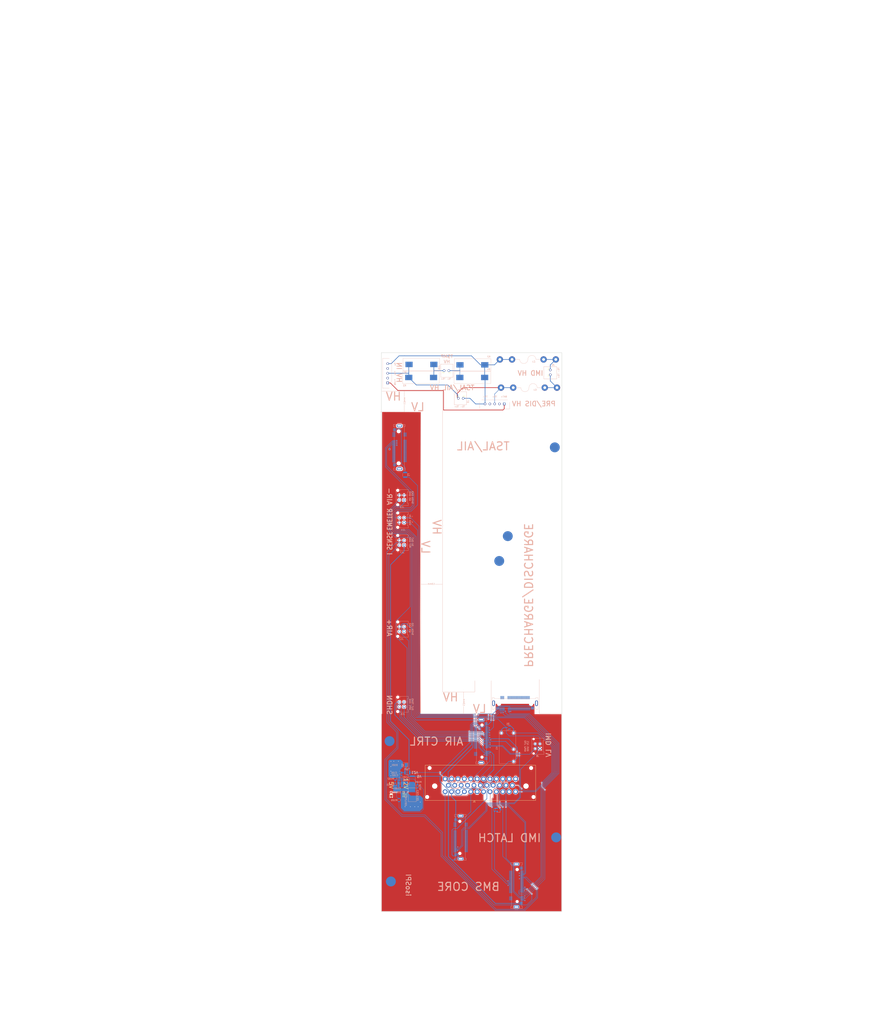
<source format=kicad_pcb>
(kicad_pcb (version 20211014) (generator pcbnew)
  (layers (0 "F.Cu" signal) (31 "B.Cu" signal) (34 "B.Paste" user) (35 "F.Paste" user) (36 "B.SilkS" user "B.Silkscreen") (37 "F.SilkS" user "F.Silkscreen") (38 "B.Mask" user) (39 "F.Mask" user) (44 "Edge.Cuts" user))
  (net 0 "")
  (net 1 "GND")
  (net 2 "Net-(C101-Pad1)")
  (net 3 "Net-(C103-Pad2)")
  (net 4 "Net-(C103-Pad1)")
  (net 5 "Net-(COUT101-Pad1)")
  (net 6 "Net-(D102-Pad2)")
  (net 7 "Net-(D103-Pad2)")
  (net 8 "Net-(R102-Pad1)")
  (net 9 "+5V")
  (net 10 "+BATT")
  (net 11 "/BMS_LSD")
  (net 13 "Net-(F1-Pad2)")
  (net 14 "/HV_TS_-_FUSED")
  (net 15 "/HV_TS_-")
  (net 16 "/HV_TS_+_FUSED")
  (net 17 "/HV_TS_+")
  (net 18 "/COOLING_BATT+")
  (net 19 "/CHARGE_ENA+")
  (net 20 "/CHARGE_ENA-")
  (net 21 "/DRIVETRAIN_COOLING_PWM")
  (net 22 "/CAN+")
  (net 23 "/CAN-")
  (net 25 "/+12V_TSAL")
  (net 26 "/I_SENSE_BSPD")
  (net 27 "/SHDN_IN")
  (net 28 "/TSAL_GREEN-")
  (net 29 "/SHDN_SENSE_HVD_12V")
  (net 30 "/FINAL_SHDN")
  (net 37 "/DRIVETRAIN_COOLING_LSD")
  (net 38 "/TSAL_FLAG")
  (net 39 "/TSAL_RED-")
  (net 98 "/PRECHARGE_LSD")
  (net 99 "/TEMP_SENSE_PRECHARGE2")
  (net 100 "/TEMP_SENSE_PRECHARGE1")
  (net 101 "/TEMP_SENSE_DISCHARGE")
  (net 187 "/IMD_STATUS")
  (net 188 "/IMD_OUTPUT")
  (net 224 "/SHDN_BMS_IMD")
  (net 235 "/VREF_CURRENT_SENSE")
  (net 236 "/VOUT_CURRENT_SENSE")
  (net 256 "/DRIVETRAIN_COOLING_LSD_TRIG")
  (net 274 "/IMD_PWM")
  (net 278 "/SHDN_SENSE_TSMP_12V")
  (net 279 "/SHDN_SENSE_MPC_12V")
  (net 280 "/SHDN_SENSE_BMS_12V")
  (net 281 "/AIR+_LSD")
  (net 282 "/AIR-_WELD_DETECT")
  (net 283 "/AIR+_WELD_DETECT")
  (net 327 "Net-(J16-Pad1)")
  (net 328 "Net-(J16-Pad2)")
  (net 331 "/HV_BAT_+")
  (footprint "footprints:LED_0805_OEM" (layer "F.Cu") (at 296.7 451.8 90)
    (fp_text reference "D102")
    (fp_text value "LED_0805" hide)
  )
  (footprint "footprints:Ampseal_35" (layer "F.Cu") (at 343.238382 446.257784)
    (fp_text reference "J1")
    (fp_text value "Ampseal_35_VT")
  )
  (footprint "footprints:LED_0805_OEM" (layer "F.Cu") (at 287.6 451.8 90)
    (fp_text reference "D103" hide)
    (fp_text value "LED_0805" hide)
  )
  (footprint "footprints:MicroFit_VT_4" (layer "B.Cu") (at 295.6 397.25 90)
    (fp_text reference "J15")
    (fp_text value "SS Shutdown Loop")
  )
  (footprint "Package_TO_SOT_SMD:SOT-23" (layer "B.Cu") (at 360.4032 410.2318 180)
    (fp_text reference "D1")
    (fp_text value "BAS40")
  )
  (footprint "footprints:MicroFit_VT_4" (layer "B.Cu") (at 380.45 423.4 90)
    (fp_text reference "J8")
    (fp_text value "IMD")
  )
  (footprint "oem:MKVI_IMD_LATCH" (layer "B.Cu") (at 330.4206 478.7646 -90)
    (fp_text reference "J6" hide)
    (fp_text value "IMD Latch")
    (fp_circle (center 10 0) (end 10.8 0) (layer "Edge.Cuts") (width 0.05) (fill none))
    (fp_circle (center -10 0) (end -9.25 0) (layer "Edge.Cuts") (width 0.05) (fill none))
  )
  (footprint "footprints:C_1206_OEM" (layer "B.Cu") (at 294.4 450.539 -90)
    (fp_text reference "COUT101")
    (fp_text value "C_22uF" hide)
  )
  (footprint "footprints:DO-214AA" (layer "B.Cu") (at 294.8445 433.545 180)
    (fp_text reference "D101")
    (fp_text value "D_Zener_18V" hide)
  )
  (footprint "footprints:Fuse_1210" (layer "B.Cu") (at 296.25 252.5 90)
    (fp_text reference "F1")
    (fp_text value "F_500mA_16V" hide)
  )
  (footprint "oem:MKVI_TSAL_AIL" (layer "B.Cu") (at 292.227 235.3797 -90)
    (fp_text reference "J2" hide)
    (fp_text value "TSAL/AIL")
    (fp_circle (center -10 0) (end -9.25 0) (layer "Edge.Cuts") (width 0.05) (fill none))
    (fp_circle (center 10 0) (end 10.8 0) (layer "Edge.Cuts") (width 0.05) (fill none))
  )
  (footprint "footprints:Relay_SPST_OMRON-G5Q-1A4_OEM" (layer "B.Cu") (at 364 413.625 -90)
    (fp_text reference "K1")
    (fp_text value "G5Q-1A4-DC12" hide)
  )
  (footprint "footprints:MicroFit_VT_4" (layer "B.Cu") (at 295.6 296.35 90)
    (fp_text reference "J17")
    (fp_text value "Current Sensor")
  )
  (footprint "footprints:MicroFit_V_2" (layer "B.Cu") (at 386.9182 190.0936 180)
    (fp_text reference "J9")
    (fp_text value "IMD HV")
  )
  (footprint "footprints:R_TSMP_SMD_5329" (layer "B.Cu") (at 306.318 183.642)
    (fp_text reference "R1")
    (fp_text value "R30K")
  )
  (footprint "footprints:R_0805_OEM" (layer "B.Cu") (at 303.95 446.775 -90)
    (fp_text reference "R101")
    (fp_text value "R_1K" hide)
  )
  (footprint "footprints:C_0805_OEM" (layer "B.Cu") (at 296.7495 450.563 -90)
    (fp_text reference "COUT103")
    (fp_text value "C_47uF" hide)
  )
  (footprint "footprints:C_0805_OEM" (layer "B.Cu") (at 293.019 438.34306 180)
    (fp_text reference "C101")
    (fp_text value "C_0.1uF" hide)
  )
  (footprint "footprints:Fuse_1812" (layer "B.Cu") (at 300.75 449.42 -90)
    (fp_text reference "COUT102")
    (fp_text value "C_33uF" hide)
  )
  (footprint "footprints:R_TSMP_SMD_5329" (layer "B.Cu") (at 338.3788 183.896 180)
    (fp_text reference "R2")
    (fp_text value "R30K")
  )
  (footprint "footprints:R_0805_OEM" (layer "B.Cu") (at 290.12772 445.93512 90)
    (fp_text reference "R103")
    (fp_text value "R_100K" hide)
  )
  (footprint "oem:MKVI_BMS_CORE" (layer "B.Cu") (at 366.2172 508.8128 90)
    (fp_text reference "J7" hide)
    (fp_text value "BMS Core")
    (fp_circle (center -10 0) (end -9.25 0) (layer "Edge.Cuts") (width 0.05) (fill none))
    (fp_circle (center 10 0) (end 10.8 0) (layer "Edge.Cuts") (width 0.05) (fill none))
  )
  (footprint "footprints:SOT-23F" (layer "B.Cu") (at 354.8 461.55)
    (fp_text reference "Q1")
    (fp_text value "SSM3K333R" hide)
  )
  (footprint "footprints:R_TSMP_SMD_5329" (layer "B.Cu") (at 306.1442 191.7766)
    (fp_text reference "R3")
    (fp_text value "R30K")
  )
  (footprint "footprints:R_TSMP_SMD_5329" (layer "B.Cu") (at 338.3026 191.77 180)
    (fp_text reference "R4")
    (fp_text value "R30K")
  )
  (footprint "oem:MKVI_PRECHARGE_DISCHARGE" (layer "B.Cu") (at 364.895 395.5542)
    (fp_text reference "J4" hide)
    (fp_text value "Precharge/Discharge")
    (fp_circle (center 10 0) (end 10.8 0) (layer "Edge.Cuts") (width 0.05) (fill none))
    (fp_circle (center -10 0) (end -9.25 0) (layer "Edge.Cuts") (width 0.05) (fill none))
  )
  (footprint "footprints:SOT-23-6_OEM" (layer "B.Cu") (at 293.1148 443.2683)
    (fp_text reference "U101")
    (fp_text value "TPS560430YF" hide)
  )
  (footprint "footprints:L_100uH_OEM" (layer "B.Cu") (at 296.81554 446.0674 -90)
    (fp_text reference "L101")
    (fp_text value "L_100uH" hide)
  )
  (footprint "footprints:R_2512_OEM" (layer "B.Cu") (at 300.75508 443.7189 -90)
    (fp_text reference "R104")
    (fp_text value "R_0_2512" hide)
  )
  (footprint "TestPoint:TestPoint_Pad_D1.0mm" (layer "B.Cu") (at 286.525 236.525 180)
    (fp_text reference "TP1" hide)
    (fp_text value "TP_1mm")
  )
  (footprint "footprints:MicroFit_VT_4" (layer "B.Cu") (at 295.6 282.2875 90)
    (fp_text reference "J14")
    (fp_text value "E-Meter")
  )
  (footprint "footprints:R_0805_OEM" (layer "B.Cu") (at 292.45 455.45 90)
    (fp_text reference "R105")
    (fp_text value "R_200" hide)
  )
  (footprint "footprints:MicroFit_VT_4" (layer "B.Cu") (at 295.6 268.225 90)
    (fp_text reference "J13")
    (fp_text value "AIR -")
  )
  (footprint "oem:Connector_MicroFit_VT_5x1" (layer "B.Cu") (at 358.1654 208.28)
    (fp_text reference "J5" hide)
    (fp_text value "Pre/Dis HV" hide)
  )
  (footprint "footprints:MicroFit_VT_4" (layer "B.Cu") (at 295.6 350.325 90)
    (fp_text reference "J12")
    (fp_text value "AIR +")
  )
  (footprint "footprints:MicroFit_V_2" (layer "B.Cu") (at 329.4888 204.7748 90)
    (fp_text reference "J3")
    (fp_text value "TSAL HV")
  )
  (footprint "footprints:Fuse_1210" (layer "B.Cu") (at 297.628 438.2567)
    (fp_text reference "F101")
    (fp_text value "F_500mA_16V" hide)
  )
  (footprint "footprints:C_0603_1608Metric" (layer "B.Cu") (at 293.2095 440.149 180)
    (fp_text reference "C102")
    (fp_text value "C_2.2uF")
  )
  (footprint "oem:R_0603" (layer "B.Cu") (at 352.05 461.575 90)
    (fp_text reference "R5" hide)
    (fp_text value "R_10K" hide)
  )
  (footprint "footprints:4245_fuse_holder" (layer "B.Cu") (at 373.6086 198.12)
    (fp_text reference "F3")
    (fp_text value "Fuse")
  )
  (footprint "footprints:MicroFit_V_2" (layer "B.Cu") (at 323.5646 187.5282 -90)
    (fp_text reference "J16")
    (fp_text value "TSMP")
  )
  (footprint "oem:Connector_MicroFit_VT_5x1" (layer "B.Cu") (at 285.3588 195.166698 -90)
    (fp_text reference "J11" hide)
    (fp_text value "HV In" hide)
  )
  (footprint "footprints:C_0805_OEM" (layer "B.Cu") (at 293.13 446.5625)
    (fp_text reference "C103")
    (fp_text value "C_0.1uF" hide)
  )
  (footprint "oem:MKVI_AIR_CONTROL" (layer "B.Cu") (at 344.274 418.6936 90)
    (fp_text reference "J10" hide)
    (fp_text value "AIR Control")
    (fp_circle (center -10 0) (end -9.25 0) (layer "Edge.Cuts") (width 0.05) (fill none))
    (fp_circle (center 10 0) (end 10.8 0) (layer "Edge.Cuts") (width 0.05) (fill none))
  )
  (footprint "footprints:4245_fuse_holder" (layer "B.Cu") (at 372.872 180.5432)
    (fp_text reference "F2")
    (fp_text value "Fuse")
  )
  (footprint "footprints:R_0805_OEM" (layer "B.Cu") (at 290.11248 442.04892 90)
    (fp_text reference "R102")
    (fp_text value "R_25K" hide)
  )
  (gr_line (start 306.0954 213.233) (end 280.8478 213.2584) (layer "B.SilkS") (width 0.15))
  (gr_line (start 332.75 401.4) (end 332.75 396.95) (layer "B.SilkS") (width 0.15))
  (gr_line (start 310.05 320.825) (end 306.125 320.825) (layer "B.SilkS") (width 0.15))
  (gr_line (start 306.1344 401.4724) (end 349.9866 401.4724) (layer "B.SilkS") (width 0.15))
  (gr_line (start 319.6408 388) (end 339.75 388) (layer "B.SilkS") (width 0.15))
  (gr_line (start 339.775 388) (end 339.775 381) (layer "B.SilkS") (width 0.15))
  (gr_line (start 306.1344 213.2206) (end 306.1344 401.4724) (layer "B.SilkS") (width 0.15))
  (gr_line (start 319.5 320.825) (end 315.05 320.825) (layer "B.SilkS") (width 0.15))
  (gr_line (start 295.7 213.225) (end 295.7 208.775) (layer "B.SilkS") (width 0.15))
  (gr_line (start 350 401.475) (end 350 381) (layer "B.SilkS") (width 0.15))
  (gr_line (start 380 401.4724) (end 394.1 401.4724) (layer "B.SilkS") (width 0.15))
  (gr_line (start 319.6082 200.3048) (end 319.6082 388) (layer "B.SilkS") (width 0.15))
  (gr_line (start 380 401.4724) (end 380 380.26875) (layer "B.SilkS") (width 0.15))
  (gr_line (start 295.7 203.775) (end 295.7 200.35) (layer "B.SilkS") (width 0.15))
  (gr_line (start 332.75 391.95) (end 332.75 388.025) (layer "B.SilkS") (width 0.15))
  (gr_line (start 281.813 200.3044) (end 319.5574 200.3044) (layer "B.SilkS") (width 0.15))
  (gr_rect (start 281.4 525.1) (end 394.1 176.3) (layer "Edge.Cuts") (width 0.2) (fill none))
  (gr_text "13mm" (at 295.9 206.3 270) (layer "B.SilkS") (effects (font (size 1 1)) (justify mirror)))
  (gr_text "isoSPI" (at 298.225 508.525 270) (layer "B.SilkS") (effects (font (size 3 3) (thickness 0.5)) (justify mirror)))
  (gr_text "BMS CORE" (at 335.75 509.55) (layer "B.SilkS") (effects (font (size 5 5) (thickness 0.7)) (justify mirror)))
  (gr_text "SHDN LSD\n  WD GND" (at 300.075 348.725 270) (layer "B.SilkS") (effects (font (size 1 1)) (justify mirror)))
  (gr_text "BAT+   TS+    TS- " (at 351.9 203.75) (layer "B.SilkS") (effects (font (size 1 1)) (justify mirror)))
  (gr_text "OUT TSMS\nMPC HVD" (at 300.075 395.725 270) (layer "B.SilkS") (effects (font (size 1 1)) (justify mirror)))
  (gr_text "AIR CTRL" (at 315.9 418.9) (layer "B.SilkS") (effects (font (size 5 5) (thickness 0.7)) (justify mirror)))
  (gr_text "HV" (at 289 203.65) (layer "B.SilkS") (effects (font (size 5 5) (thickness 0.7)) (justify mirror)))
  (gr_text "LV" (at 342.775 398.525) (layer "B.SilkS") (effects (font (size 5 5) (thickness 0.7)) (justify mirror)))
  (gr_text "TS- TS+" (at 392.125 188.875 90) (layer "B.SilkS") (effects (font (size 1 1)) (justify mirror)))
  (gr_text "HV IN" (at 292.475 188.6 270) (layer "B.SilkS") (effects (font (size 3 3) (thickness 0.5)) (justify mirror)))
  (gr_text "LV" (at 309 297.7 270) (layer "B.SilkS") (effects (font (size 5 5) (thickness 0.7)) (justify mirror)))
  (gr_text "I SENSE" (at 286.425 295.2 270) (layer "B.SilkS") (effects (font (size 3 2.4) (thickness 0.5)) (justify mirror)))
  (gr_text "LV" (at 304.2 210.2) (layer "B.SilkS") (effects (font (size 5 5) (thickness 0.7)) (justify mirror)))
  (gr_text "HV" (at 316.025 285.2 270) (layer "B.SilkS") (effects (font (size 5 5) (thickness 0.7)) (justify mirror)))
  (gr_text "PRECHARGE/DISCHARGE" (at 373.125 327.7 270) (layer "B.SilkS") (effects (font (size 5 5) (thickness 0.7)) (justify mirror)))
  (gr_text " 5V OUT\nREF GND" (at 300.075 294.7 270) (layer "B.SilkS") (effects (font (size 1 1)) (justify mirror)))
  (gr_text "TS- TS+" (at 330.325 209.925) (layer "B.SilkS") (effects (font (size 1 1)) (justify mirror)))
  (gr_text "HV" (at 324.65 391.35) (layer "B.SilkS") (effects (font (size 5 5) (thickness 0.7)) (justify mirror)))
  (gr_text "12V" (at 302.25368 438.2071 180) (layer "B.SilkS") (effects (font (size 1.5 1.5) (thickness 0.3)) (justify mirror)))
  (gr_text "TSAL/AIL" (at 345.075 234.675) (layer "B.SilkS") (effects (font (size 5 5) (thickness 0.7)) (justify mirror)))
  (gr_text " +   -\nGND 12V" (at 300.075 280.625 270) (layer "B.SilkS") (effects (font (size 1 1)) (justify mirror)))
  (gr_text "TS- TS+" (at 321.75 192.625) (layer "B.SilkS") (effects (font (size 1 1)) (justify mirror)))
  (gr_text "IMD LV" (at 385.825 421.1 90) (layer "B.SilkS") (effects (font (size 3 3) (thickness 0.5)) (justify mirror)))
  (gr_text "BAT+   TS+    TS- " (at 289.9 188.65 270) (layer "B.SilkS") (effects (font (size 1 1)) (justify mirror)))
  (gr_text "PRE/DIS HV" (at 376.625 208.2) (layer "B.SilkS") (effects (font (size 3 3) (thickness 0.5)) (justify mirror)))
  (gr_text "AIR-" (at 286.425 265.975 270) (layer "B.SilkS") (effects (font (size 3 3) (thickness 0.5)) (justify mirror)))
  (gr_text "TSAL/AIL HV" (at 325.65 198.15) (layer "B.SilkS") (effects (font (size 3 3) (thickness 0.5)) (justify mirror)))
  (gr_text "TSMP\nHV" (at 322.3 180.275) (layer "B.SilkS") (effects (font (size 2 2) (thickness 0.3)) (justify mirror)))
  (gr_text "5V" (at 305.04768 440.6709 180) (layer "B.SilkS") (effects (font (size 1.5 1.5) (thickness 0.3)) (justify mirror)))
  (gr_text "IMD HV" (at 374.5 189.125) (layer "B.SilkS") (effects (font (size 3 3) (thickness 0.5)) (justify mirror)))
  (gr_text "13mm" (at 312.575 320.625) (layer "B.SilkS") (effects (font (size 1 1)) (justify mirror)))
  (gr_text "EMETER" (at 286.425 280.3 270) (layer "B.SilkS") (effects (font (size 3 2.4) (thickness 0.5)) (justify mirror)))
  (gr_text "IMD LATCH" (at 361.45 479.15) (layer "B.SilkS") (effects (font (size 5 5) (thickness 0.7)) (justify mirror)))
  (gr_text "13mm" (at 332.95 394.475 270) (layer "B.SilkS") (effects (font (size 1 1)) (justify mirror)))
  (gr_text "AIR+" (at 286.425 347.925 270) (layer "B.SilkS") (effects (font (size 3 3) (thickness 0.5)) (justify mirror)))
  (gr_text "SHDN" (at 286.425 396.1 270) (layer "B.SilkS") (effects (font (size 3 3) (thickness 0.5)) (justify mirror)))
  (gr_text "SHDN GND\n  WD GND" (at 300.075 266.575 270) (layer "B.SilkS") (effects (font (size 1 1)) (justify mirror)))
  (gr_text "OUT PWM\n12V GND" (at 372.1 421.775 90) (layer "B.SilkS") (effects (font (size 1 1)) (justify mirror)))
  (gr_text "5V" (at 287.625 446.175 -90) (layer "F.SilkS") (effects (font (size 2.54 2.54) (thickness 0.3))))
  (gr_text "12V" (at 296.65 445.125 -90) (layer "F.SilkS") (effects (font (size 2.54 2.54) (thickness 0.3))))
  (via (at 345.5 427.2) (size 0.6096) (drill 0.3048) (layers "F.Cu" "B.Cu") (net 1))
  (via (at 352.9 460.625) (size 0.7) (drill 0.3) (layers "F.Cu" "B.Cu") (net 1))
  (via (at 370.778034 512.084035) (size 0.6096) (drill 0.3048) (layers "F.Cu" "B.Cu") (net 1))
  (via (at 367.525 501.075) (size 0.6096) (drill 0.3048) (layers "F.Cu" "B.Cu") (net 1))
  (via (at 367.575 502.6) (size 0.6096) (drill 0.3048) (layers "F.Cu" "B.Cu") (net 1))
  (via (at 356.0907 401.1) (size 0.6096) (drill 0.3048) (layers "F.Cu" "B.Cu") (net 1))
  (via (at 291.075 232.125) (size 0.7) (drill 0.3) (layers "F.Cu" "B.Cu") (net 1))
  (via (at 349.1 414.925) (size 0.6096) (drill 0.3048) (layers "F.Cu" "B.Cu") (net 1))
  (via (at 357.5 400.8) (size 0.6096) (drill 0.3048) (layers "F.Cu" "B.Cu") (net 1))
  (via (at 292.05812 431.26662) (size 0.8) (drill 0.4) (layers "F.Cu" "B.Cu") (net 1))
  (via (at 287.34134 437.46676) (size 0.8) (drill 0.4) (layers "F.Cu" "B.Cu") (net 1))
  (via (at 348.9 411.65) (size 0.6096) (drill 0.3048) (layers "F.Cu" "B.Cu") (net 1))
  (via (at 296.21356 459.57492) (size 0.8) (drill 0.4) (layers "F.Cu" "B.Cu") (net 1))
  (via (at 287.37944 431.34282) (size 0.8) (drill 0.4) (layers "F.Cu" "B.Cu") (net 1))
  (via (at 349.325 422.725) (size 0.6096) (drill 0.3048) (layers "F.Cu" "B.Cu") (net 1))
  (via (at 291.075 233.141) (size 0.7) (drill 0.3) (layers "F.Cu" "B.Cu") (net 1))
  (via (at 360.5 508.775) (size 0.6096) (drill 0.3048) (layers "F.Cu" "B.Cu") (net 1))
  (via (at 370.8 516.5) (size 0.6096) (drill 0.3048) (layers "F.Cu" "B.Cu") (net 1))
  (via (at 360.525 505.825) (size 0.6096) (drill 0.3048) (layers "F.Cu" "B.Cu") (net 1))
  (via (at 289.17776 431.27932) (size 0.8) (drill 0.4) (layers "F.Cu" "B.Cu") (net 1))
  (via (at 304.38474 459.61048) (size 0.8) (drill 0.4) (layers "F.Cu" "B.Cu") (net 1))
  (via (at 299.54858 459.61048) (size 0.8) (drill 0.4) (layers "F.Cu" "B.Cu") (net 1))
  (via (at 371.05 509.8) (size 0.6096) (drill 0.3048) (layers "F.Cu" "B.Cu") (net 1))
  (via (at 349.071853 416.43336) (size 0.6096) (drill 0.3048) (layers "F.Cu" "B.Cu") (net 1))
  (via (at 287.34134 434.5356) (size 0.8) (drill 0.4) (layers "F.Cu" "B.Cu") (net 1))
  (via (at 349.05 413.55) (size 0.6096) (drill 0.3048) (layers "F.Cu" "B.Cu") (net 1))
  (via (at 291.075 231.1344) (size 0.7) (drill 0.3) (layers "F.Cu" "B.Cu") (net 1))
  (via (at 329.1457 484.675) (size 0.6096) (drill 0.3048) (layers "F.Cu" "B.Cu") (net 1))
  (via (at 349.325 420.7) (size 0.6096) (drill 0.3048) (layers "F.Cu" "B.Cu") (net 1))
  (via (at 349.7 417.925) (size 0.6096) (drill 0.3048) (layers "F.Cu" "B.Cu") (net 1))
  (via (at 367.625 504.55) (size 0.6096) (drill 0.3048) (layers "F.Cu" "B.Cu") (net 1))
  (via (at 358.925 400.05) (size 0.6096) (drill 0.3048) (layers "F.Cu" "B.Cu") (net 1))
  (via (at 348.875 410.45) (size 0.6096) (drill 0.3048) (layers "F.Cu" "B.Cu") (net 1))
  (via (at 349.275 419.75) (size 0.6096) (drill 0.3048) (layers "F.Cu" "B.Cu") (net 1))
  (via (at 371.075 518.225) (size 0.6096) (drill 0.3048) (layers "F.Cu" "B.Cu") (net 1))
  (via (at 361.35 400.225) (size 0.6096) (drill 0.3048) (layers "F.Cu" "B.Cu") (net 1))
  (via (at 349.325 425.775) (size 0.6096) (drill 0.3048) (layers "F.Cu" "B.Cu") (net 1))
  (via (at 305.73856 456.74536) (size 0.8) (drill 0.4) (layers "F.Cu" "B.Cu") (net 1))
  (via (at 329.025 487.025) (size 0.6096) (drill 0.3048) (layers "F.Cu" "B.Cu") (net 1))
  (via (at 302.28416 459.61048) (size 0.8) (drill 0.4) (layers "F.Cu" "B.Cu") (net 1))
  (via (at 287.35404 440.29632) (size 0.8) (drill 0.4) (layers "F.Cu" "B.Cu") (net 1))
  (via (at 362.2 400.225) (size 0.6096) (drill 0.3048) (layers "F.Cu" "B.Cu") (net 1))
  (via (at 371.15 511.25) (size 0.6096) (drill 0.3048) (layers "F.Cu" "B.Cu") (net 1))
  (via (at 291.1004 234.157) (size 0.7) (drill 0.3) (layers "F.Cu" "B.Cu") (net 1))
  (via (at 371 515.325) (size 0.6096) (drill 0.3048) (layers "F.Cu" "B.Cu") (net 1))
  (segment (start 296.8745 451.563) (end 300.0115 454.7) (width 0.254) (layer "B.Cu") (net 1))
  (segment (start 370.778034 512.084035) (end 369.238435 512.084035) (width 0.2) (layer "B.Cu") (net 1))
  (segment (start 288.15664 441.09892) (end 287.35404 440.29632) (width 0.254) (layer "B.Cu") (net 1))
  (segment (start 345.7564 426.9436) (end 345.5 427.2) (width 0.2) (layer "B.Cu") (net 1))
  (segment (start 347.274 420.9436) (end 349.0814 420.9436) (width 0.2) (layer "B.Cu") (net 1))
  (segment (start 362.2172 508.3128) (end 360.9622 508.3128) (width 0.2) (layer "B.Cu") (net 1))
  (segment (start 369.238435 512.084035) (end 369.2172 512.0628) (width 0.2) (layer "B.Cu") (net 1))
  (segment (start 329.1457 484.9395) (end 328.5706 485.5146) (width 0.2) (layer "B.Cu") (net 1))
  (segment (start 361.145 398.5542) (end 361.145 400.02) (width 0.2) (layer "B.Cu") (net 1))
  (segment (start 348.9936 425.4436) (end 349.325 425.775) (width 0.2) (layer "B.Cu") (net 1))
  (segment (start 370.9628 511.0628) (end 369.2172 511.0628) (width 0.2) (layer "B.Cu") (net 1))
  (segment (start 352.9 460.625) (end 353.725 460.625) (width 0.254) (layer "B.Cu") (net 1))
  (segment (start 349.061613 416.4436) (end 349.071853 416.43336) (width 0.2) (layer "B.Cu") (net 1))
  (segment (start 348.6064 411.9436) (end 348.9 411.65) (width 0.2) (layer "B.Cu") (net 1))
  (segment (start 361.1378 506.8128) (end 360.525 506.2) (width 0.2) (layer "B.Cu") (net 1))
  (segment (start 294.4 452.039) (end 296.2735 452.039) (width 0.254) (layer "B.Cu") (net 1))
  (segment (start 289.11426 431.34282) (end 289.17776 431.27932) (width 0.381) (layer "B.Cu") (net 1))
  (segment (start 347.274 419.4436) (end 348.9686 419.4436) (width 0.2) (layer "B.Cu") (net 1))
  (segment (start 357.5 400.8) (end 357.145 400.445) (width 0.2) (layer "B.Cu") (net 1))
  (segment (start 292.8125 433.545) (end 292.8125 432.021) (width 0.254) (layer "B.Cu") (net 1))
  (segment (start 370.7622 515.5628) (end 371 515.325) (width 0.2) (layer "B.Cu") (net 1))
  (segment (start 362.145 398.5542) (end 362.145 400.17) (width 0.2) (layer "B.Cu") (net 1))
  (segment (start 349.0814 420.9436) (end 349.325 420.7) (width 0.2) (layer "B.Cu") (net 1))
  (segment (start 348.9686 419.4436) (end 349.275 419.75) (width 0.2) (layer "B.Cu") (net 1))
  (segment (start 296.7495 451.563) (end 296.8745 451.563) (width 0.254) (layer "B.Cu") (net 1))
  (segment (start 328.5706 485.5146) (end 327.4206 485.5146) (width 0.2) (layer "B.Cu") (net 1))
  (segment (start 291.38458 441.09892) (end 292.2095 440.274) (width 0.254) (layer "B.Cu") (net 1))
  (segment (start 292.7988 443.2683) (end 292.0148 443.2683) (width 0.254) (layer "B.Cu") (net 1))
  (segment (start 300.75 458.40906) (end 299.54858 459.61048) (width 0.254) (layer "B.Cu") (net 1))
  (segment (start 300.0115 454.7) (end 300.75 454.7) (width 0.254) (layer "B.Cu") (net 1))
  (segment (start 357.145 400.445) (end 357.145 398.5542) (width 0.2) (layer "B.Cu") (net 1))
  (segment (start 292.8125 432.021) (end 292.05812 431.26662) (width 0.254) (layer "B.Cu") (net 1))
  (segment (start 370.9128 518.0628) (end 371.075 518.225) (width 0.2) (layer "B.Cu") (net 1))
  (segment (start 289.472 232.1144) (end 291.0644 232.1144) (width 0.2) (layer "B.Cu") (net 1))
  (segment (start 362.2172 506.8128) (end 361.1378 506.8128) (width 0.2) (layer "B.Cu") (net 1))
  (segment (start 356.0907 401.1) (end 356.145 401.0457) (width 0.2) (layer "B.Cu") (net 1))
  (segment (start 289.472 231.1144) (end 291.055 231.1144) (width 0.2) (layer "B.Cu") (net 1))
  (segment (start 327.4206 487.0146) (end 329.0146 487.0146) (width 0.2) (layer "B.Cu") (net 1))
  (segment (start 347.274 425.4436) (end 348.9936 425.4436) (width 0.2) (layer "B.Cu") (net 1))
  (segment (start 347.274 422.4436) (end 349.0436 422.4436) (width 0.2) (layer "B.Cu") (net 1))
  (segment (start 329.0146 487.0146) (end 329.025 487.025) (width 0.2) (layer "B.Cu") (net 1))
  (segment (start 292.824201 441.642701) (end 292.824201 443.242899) (width 0.254) (layer "B.Cu") (net 1))
  (segment (start 369.2172 510.0628) (end 370.7872 510.0628) (width 0.2) (layer "B.Cu") (net 1))
  (segment (start 353.725 460.625) (end 353.75 460.6) (width 0.254) (layer "B.Cu") (net 1))
  (segment (start 347.274 411.9436) (end 348.6064 411.9436) (width 0.2) (layer "B.Cu") (net 1))
  (segment (start 358.145 398.5542) (end 358.145 399.27) (width 0.2) (layer "B.Cu") (net 1))
  (segment (start 370.7872 510.0628) (end 371.05 509.8) (width 0.2) (layer "B.Cu") (net 1))
  (segment (start 360.525 506.2) (end 360.525 505.825) (width 0.2) (layer "B.Cu") (net 1))
  (segment (start 329.1457 484.675) (end 329.1457 484.9395) (width 0.2) (layer "B.Cu") (net 1))
  (segment (start 347.274 414.9436) (end 349.0814 414.9436) (width 0.2) (layer "B.Cu") (net 1))
  (segment (start 296.2735 452.039) (end 296.7495 451.563) (width 0.254) (layer "B.Cu") (net 1))
  (segment (start 367.6122 502.5628) (end 367.575 502.6) (width 0.2) (layer "B.Cu") (net 1))
  (segment (start 292.2095 440.274) (end 292.2095 440.149) (width 0.254) (layer "B.Cu") (net 1))
  (segment (start 347.274 413.4436) (end 348.9436 413.4436) (width 0.2) (layer "B.Cu") (net 1))
  (segment (start 290.11248 441.09892) (end 288.15664 441.09892) (width 0.254) (layer "B.Cu") (net 1))
  (segment (start 347.274 410.4436) (end 348.8686 410.4436) (width 0.2) (layer "B.Cu") (net 1))
  (segment (start 369.2172 502.5628) (end 367.6122 502.5628) (width 0.2) (layer "B.Cu") (net 1))
  (segment (start 292.2095 441.028) (end 292.824201 441.642701) (width 0.254) (layer "B.Cu") (net 1))
  (segment (start 292.824201 443.242899) (end 292.7988 443.2683) (width 0.254) (layer "B.Cu") (net 1))
  (segment (start 358.145 399.27) (end 358.925 400.05) (width 0.2) (layer "B.Cu") (net 1))
  (segment (start 289.472 234.1144) (end 291.0578 234.1144) (width 0.2) (layer "B.Cu") (net 1))
  (segment (start 349.0436 422.4436) (end 349.325 422.725) (width 0.2) (layer "B.Cu") (net 1))
  (segment (start 369.2172 515.5628) (end 370.7622 515.5628) (width 0.2) (layer "B.Cu") (net 1))
  (segment (start 300.75 454.7) (end 300.75 458.40906) (width 0.254) (layer "B.Cu") (net 1))
  (segment (start 347.274 416.4436) (end 349.061613 416.4436) (width 0.2) (layer "B.Cu") (net 1))
  (segment (start 369.2172 504.5628) (end 367.6378 504.5628) (width 0.2) (layer "B.Cu") (net 1))
  (segment (start 292.51268 438.34306) (end 292.51268 439.84582) (width 0.254) (layer "B.Cu") (net 1))
  (segment (start 347.274 426.9436) (end 345.7564 426.9436) (width 0.2) (layer "B.Cu") (net 1))
  (segment (start 290.11248 441.09892) (end 291.38458 441.09892) (width 0.254) (layer "B.Cu") (net 1))
  (segment (start 292.51268 439.84582) (end 292.2095 440.149) (width 0.254) (layer "B.Cu") (net 1))
  (segment (start 349.6814 417.9436) (end 349.7 417.925) (width 0.2) (layer "B.Cu") (net 1))
  (segment (start 356.145 401.0457) (end 356.145 398.5542) (width 0.2) (layer "B.Cu") (net 1))
  (segment (start 348.8686 410.4436) (end 348.875 410.45) (width 0.2) (layer "B.Cu") (net 1))
  (segment (start 348.9436 413.4436) (end 349.05 413.55) (width 0.2) (layer "B.Cu") (net 1))
  (segment (start 367.5372 501.0628) (end 367.525 501.075) (width 0.2) (layer "B.Cu") (net 1))
  (segment (start 370.2372 517.0628) (end 370.8 516.5) (width 0.2) (layer "B.Cu") (net 1))
  (segment (start 352.175 460.625) (end 352.05 460.75) (width 0.254) (layer "B.Cu") (net 1))
  (segment (start 360.9622 508.3128) (end 360.5 508.775) (width 0.2) (layer "B.Cu") (net 1))
  (segment (start 369.2172 501.0628) (end 367.5372 501.0628) (width 0.2) (layer "B.Cu") (net 1))
  (segment (start 369.2172 518.0628) (end 370.9128 518.0628) (width 0.2) (layer "B.Cu") (net 1))
  (segment (start 349.0814 414.9436) (end 349.1 414.925) (width 0.2) (layer "B.Cu") (net 1))
  (segment (start 362.145 400.17) (end 362.2 400.225) (width 0.2) (layer "B.Cu") (net 1))
  (segment (start 347.274 417.9436) (end 349.6814 417.9436) (width 0.2) (layer "B.Cu") (net 1))
  (segment (start 292.2095 440.149) (end 292.2095 441.028) (width 0.254) (layer "B.Cu") (net 1))
  (segment (start 371.15 511.25) (end 370.9628 511.0628) (width 0.2) (layer "B.Cu") (net 1))
  (segment (start 369.2172 517.0628) (end 370.2372 517.0628) (width 0.2) (layer "B.Cu") (net 1))
  (segment (start 367.6378 504.5628) (end 367.625 504.55) (width 0.2) (layer "B.Cu") (net 1))
  (segment (start 289.472 233.1144) (end 291.0484 233.1144) (width 0.2) (layer "B.Cu") (net 1))
  (segment (start 352.9 460.625) (end 352.175 460.625) (width 0.254) (layer "B.Cu") (net 1))
  (segment (start 361.145 400.02) (end 361.35 400.225) (width 0.2) (layer "B.Cu") (net 1))
  (segment (start 294.2148 442.3183) (end 294.2148 443.2683) (width 0.381) (layer "B.Cu") (net 2))
  (segment (start 296.09164 438.34306) (end 296.178 438.2567) (width 0.381) (layer "B.Cu") (net 2))
  (segment (start 301.6683 442.3183) (end 303.95 444.6) (width 0.254) (layer "B.Cu") (net 2))
  (segment (start 294.2095 440.149) (end 294.2095 442.313) (width 0.254) (layer "B.Cu") (net 2))
  (segment (start 296.8765 433.545) (end 296.8765 435.1452) (width 0.381) (layer "B.Cu") (net 2))
  (segment (start 294.08768 438.34306) (end 294.08768 440.02718) (width 0.254) (layer "B.Cu") (net 2))
  (segment (start 294.019 438.34306) (end 296.09164 438.34306) (width 0.381) (layer "B.Cu") (net 2))
  (segment (start 296.178 435.8437) (end 296.178 438.2567) (width 0.381) (layer "B.Cu") (net 2))
  (segment (start 303.95 444.6) (end 303.95 445.825) (width 0.254) (layer "B.Cu") (net 2))
  (segment (start 294.2148 442.3183) (end 301.6683 442.3183) (width 0.254) (layer "B.Cu") (net 2))
  (segment (start 294.08768 440.02718) (end 294.2095 440.149) (width 0.254) (layer "B.Cu") (net 2))
  (segment (start 296.8765 435.1452) (end 296.178 435.8437) (width 0.381) (layer "B.Cu") (net 2))
  (segment (start 294.2095 442.313) (end 294.2148 442.3183) (width 0.254) (layer "B.Cu") (net 2))
  (segment (start 294.2148 444.2183) (end 294.2148 446.4777) (width 0.254) (layer "B.Cu") (net 3))
  (segment (start 294.2148 446.4777) (end 294.13 446.5625) (width 0.254) (layer "B.Cu") (net 3))
  (segment (start 294.4639 444.4674) (end 294.2148 444.2183) (width 0.254) (layer "B.Cu") (net 3))
  (segment (start 296.81554 444.4674) (end 294.4639 444.4674) (width 0.254) (layer "B.Cu") (net 3))
  (segment (start 292.0148 444.2183) (end 292.0148 446.4473) (width 0.254) (layer "B.Cu") (net 4))
  (segment (start 300.75508 449.41492) (end 300.75 449.42) (width 0.254) (layer "B.Cu") (net 5))
  (segment (start 294.4 449.039) (end 296.2255 449.039) (width 0.254) (layer "B.Cu") (net 5))
  (segment (start 290.12772 447.48912) (end 290.12772 446.88512) (width 0.254) (layer "B.Cu") (net 5))
  (segment (start 291.6776 449.039) (end 290.12772 447.48912) (width 0.254) (layer "B.Cu") (net 5))
  (segment (start 300.75508 446.8189) (end 300.82398 446.75) (width 0.2) (layer "B.Cu") (net 5))
  (segment (start 296.81554 449.49696) (end 296.7495 449.563) (width 0.254) (layer "B.Cu") (net 5))
  (segment (start 300.75508 446.8189) (end 300.75508 449.41492) (width 0.254) (layer "B.Cu") (net 5))
  (segment (start 292.45 460.15) (end 292.45 456.4) (width 0.2) (layer "B.Cu") (net 5))
  (segment (start 295.225 462.925) (end 292.45 460.15) (width 0.2) (layer "B.Cu") (net 5))
  (segment (start 300.82398 446.75) (end 305.6 446.75) (width 0.2) (layer "B.Cu") (net 5))
  (segment (start 294.4 449.039) (end 291.6776 449.039) (width 0.254) (layer "B.Cu") (net 5))
  (segment (start 305.6 446.75) (end 307.725 448.875) (width 0.2) (layer "B.Cu") (net 5))
  (segment (start 300.607 449.563) (end 300.75 449.42) (width 0.254) (layer "B.Cu") (net 5))
  (segment (start 296.2255 449.039) (end 296.7495 449.563) (width 0.254) (layer "B.Cu") (net 5))
  (segment (start 307.725 461.15) (end 305.95 462.925) (width 0.2) (layer "B.Cu") (net 5))
  (segment (start 296.81554 447.6674) (end 296.81554 449.49696) (width 0.254) (layer "B.Cu") (net 5))
  (segment (start 307.725 448.875) (end 307.725 461.15) (width 0.2) (layer "B.Cu") (net 5))
  (segment (start 296.7495 449.563) (end 300.607 449.563) (width 0.254) (layer "B.Cu") (net 5))
  (segment (start 300.60776 449.56224) (end 300.75 449.42) (width 0.25) (layer "B.Cu") (net 5))
  (segment (start 305.95 462.925) (end 295.225 462.925) (width 0.2) (layer "B.Cu") (net 5))
  (segment (start 298.075 450.3) (end 297.175 450.3) (width 0.2) (layer "F.Cu") (net 6))
  (segment (start 297.175 450.3) (end 296.775 450.7) (width 0.2) (layer "F.Cu") (net 6))
  (via (at 298.075 450.3) (size 0.6096) (drill 0.3048) (layers "F.Cu" "B.Cu") (net 6))
  (segment (start 298.075 450.3) (end 298.335 450.56) (width 0.2) (layer "B.Cu") (net 6))
  (segment (start 302.75 450.56) (end 303.95 449.36) (width 0.2) (layer "B.Cu") (net 6))
  (segment (start 303.95 449.36) (end 303.95 447.725) (width 0.2) (layer "B.Cu") (net 6))
  (segment (start 298.335 450.56) (end 302.75 450.56) (width 0.2) (layer "B.Cu") (net 6))
  (segment (start 290.925 450.6) (end 290.825 450.7) (width 0.2) (layer "F.Cu") (net 7))
  (segment (start 290.825 450.7) (end 287.6 450.7) (width 0.2) (layer "F.Cu") (net 7))
  (via (at 290.925 450.6) (size 0.6096) (drill 0.3048) (layers "F.Cu" "B.Cu") (net 7))
  (segment (start 290.925 453.55) (end 291.875 454.5) (width 0.2) (layer "B.Cu") (net 7))
  (segment (start 290.925 450.6) (end 290.925 453.55) (width 0.2) (layer "B.Cu") (net 7))
  (segment (start 291.875 454.5) (end 292.45 454.5) (width 0.2) (layer "B.Cu") (net 7))
  (segment (start 290.11248 444.96988) (end 290.12772 444.98512) (width 0.254) (layer "B.Cu") (net 8))
  (segment (start 290.11248 442.99892) (end 290.7931 442.3183) (width 0.254) (layer "B.Cu") (net 8))
  (segment (start 290.7931 442.3183) (end 292.0148 442.3183) (width 0.254) (layer "B.Cu") (net 8))
  (segment (start 290.11248 442.99892) (end 290.11248 444.96988) (width 0.254) (layer "B.Cu") (net 8))
  (segment (start 349.95 402.35) (end 349.95 405.6) (width 0.254) (layer "F.Cu") (net 9))
  (via (at 349.95 405.6) (size 0.6096) (drill 0.3048) (layers "F.Cu" "B.Cu") (net 9))
  (via (at 349.95 402.35) (size 0.6096) (drill 0.3048) (layers "F.Cu" "B.Cu") (net 9))
  (segment (start 352.1282 402.35) (end 355.2 399.2782) (width 0.254) (layer "B.Cu") (net 9))
  (segment (start 368.51266 519.96734) (end 352.56734 519.96734) (width 0.381) (layer "B.Cu") (net 9))
  (segment (start 346.5564 408.4436) (end 346.824 408.4436) (width 0.381) (layer "B.Cu") (net 9))
  (segment (start 297.45 436.65) (end 298.7 435.4) (width 0.381) (layer "B.Cu") (net 9))
  (segment (start 343.6 409.95) (end 345.05 409.95) (width 0.381) (layer "B.Cu") (net 9))
  (segment (start 329.0766 489.0146) (end 327.8706 489.0146) (width 0.381) (layer "B.Cu") (net 9))
  (segment (start 348.0564 408.4436) (end 346.824 408.4436) (width 0.381) (layer "B.Cu") (net 9))
  (segment (start 361.645 397.3502) (end 361.645 398.5542) (width 0.254) (layer "B.Cu") (net 9))
  (segment (start 318.0811 440.6189) (end 337.8 420.9) (width 0.381) (layer "B.Cu") (net 9))
  (segment (start 355.2 397.2952) (end 355.3452 397.15) (width 0.254) (layer "B.Cu") (net 9))
  (segment (start 349.95 405.6) (end 350 405.65) (width 0.381) (layer "B.Cu") (net 9))
  (segment (start 323.3 449.175) (end 318.0811 443.9561) (width 0.381) (layer "B.Cu") (net 9))
  (segment (start 323.3 490.7) (end 323.3 449.175) (width 0.381) (layer "B.Cu") (net 9))
  (segment (start 329.45 490.65) (end 329.45 489.487153) (width 0.381) (layer "B.Cu") (net 9))
  (segment (start 298.7 435.4) (end 298.7 417.85) (width 0.381) (layer "B.Cu") (net 9))
  (segment (start 329.357894 489.295894) (end 329.0766 489.0146) (width 0.381) (layer "B.Cu") (net 9))
  (segment (start 345.05 409.95) (end 346.5564 408.4436) (width 0.381) (layer "B.Cu") (net 9))
  (segment (start 300.75508 440.6189) (end 318.0811 440.6189) (width 0.381) (layer "B.Cu") (net 9))
  (segment (start 355.3452 397.15) (end 361.4448 397.15) (width 0.254) (layer "B.Cu") (net 9))
  (segment (start 325.45 492.85) (end 327.25 492.85) (width 0.381) (layer "B.Cu") (net 9))
  (segment (start 350 406.5) (end 348.0564 408.4436) (width 0.381) (layer "B.Cu") (net 9))
  (segment (start 350 405.65) (end 350 406.5) (width 0.381) (layer "B.Cu") (net 9))
  (segment (start 300.75508 440.6189) (end 298.5689 440.6189) (width 0.381) (layer "B.Cu") (net 9))
  (segment (start 298.5689 440.6189) (end 297.45 439.5) (width 0.381) (layer "B.Cu") (net 9))
  (segment (start 287.15 308.675) (end 295.6 300.225) (width 0.381) (layer "B.Cu") (net 9))
  (segment (start 352.56734 519.96734) (end 325.45 492.85) (width 0.381) (layer "B.Cu") (net 9))
  (segment (start 329.45 489.487153) (end 329.357894 489.295894) (width 0.381) (layer "B.Cu") (net 9))
  (segment (start 295.6 300.225) (end 295.6 296.35) (width 0.381) (layer "B.Cu") (net 9))
  (segment (start 339.15 407.5) (end 341.15 407.5) (width 0.381) (layer "B.Cu") (net 9))
  (segment (start 325.45 492.85) (end 323.3 490.7) (width 0.381) (layer "B.Cu") (net 9))
  (segment (start 368.7672 519.7128) (end 368.51266 519.96734) (width 0.381) (layer "B.Cu") (net 9))
  (segment (start 368.7672 519.0628) (end 368.7672 519.7128) (width 0.254) (layer "B.Cu") (net 9))
  (segment (start 361.4448 397.15) (end 361.645 397.3502) (width 0.254) (layer "B.Cu") (net 9))
  (segment (start 337.8 420.9) (end 337.8 408.85) (width 0.381) (layer "B.Cu") (net 9))
  (segment (start 287.15 406.3) (end 287.15 308.675) (width 0.381) (layer "B.Cu") (net 9))
  (segment (start 297.45 439.5) (end 297.45 436.65) (width 0.381) (layer "B.Cu") (net 9))
  (segment (start 298.7 417.85) (end 287.15 406.3) (width 0.381) (layer "B.Cu") (net 9))
  (segment (start 341.15 407.5) (end 343.6 409.95) (width 0.381) (layer "B.Cu") (net 9))
  (segment (start 327.25 492.85) (end 329.45 490.65) (width 0.381) (layer "B.Cu") (net 9))
  (segment (start 355.2 399.2782) (end 355.2 397.2952) (width 0.254) (layer "B.Cu") (net 9))
  (segment (start 318.0811 443.9561) (end 318.0811 440.6189) (width 0.381) (layer "B.Cu") (net 9))
  (segment (start 337.8 408.85) (end 339.15 407.5) (width 0.381) (layer "B.Cu") (net 9))
  (segment (start 368.7672 519.7128) (end 368.7672 520.3628) (width 0.254) (layer "B.Cu") (net 9))
  (segment (start 349.95 402.35) (end 352.1282 402.35) (width 0.254) (layer "B.Cu") (net 9))
  (segment (start 320.4718 452.6026) (end 334.893566 452.6026) (width 0.254) (layer "F.Cu") (net 10))
  (segment (start 327.250166 444.246) (end 329.238382 442.257784) (width 0.254) (layer "F.Cu") (net 10))
  (segment (start 323.226598 444.246) (end 327.250166 444.246) (width 0.254) (layer "F.Cu") (net 10))
  (segment (start 329.238382 442.257784) (end 331.027398 444.0468) (width 0.254) (layer "F.Cu") (net 10))
  (segment (start 318.1 439.119402) (end 321.238382 442.257784) (width 0.254) (layer "F.Cu") (net 10))
  (segment (start 319.024 451.1548) (end 320.4718 452.6026) (width 0.254) (layer "F.Cu") (net 10))
  (segment (start 335.449366 444.0468) (end 337.238382 442.257784) (width 0.254) (layer "F.Cu") (net 10))
  (segment (start 321.238382 442.257784) (end 323.226598 444.246) (width 0.254) (layer "F.Cu") (net 10))
  (segment (start 334.893566 452.6026) (end 337.238382 450.257784) (width 0.254) (layer "F.Cu") (net 10))
  (segment (start 318.1 438.2) (end 318.1 439.119402) (width 0.254) (layer "F.Cu") (net 10))
  (segment (start 348.3 402.575) (end 348.35 402.525) (width 0.254) (layer "F.Cu") (net 10))
  (segment (start 331.027398 444.0468) (end 335.449366 444.0468) (width 0.254) (layer "F.Cu") (net 10))
  (segment (start 348.3 404.956) (end 348.3 402.575) (width 0.254) (layer "F.Cu") (net 10))
  (segment (start 319.024 444.472166) (end 319.024 451.1548) (width 0.254) (layer "F.Cu") (net 10))
  (segment (start 319.024 444.472166) (end 321.238382 442.257784) (width 0.254) (layer "F.Cu") (net 10))
  (via (at 348.35 402.525) (size 0.6096) (drill 0.3048) (layers "F.Cu" "B.Cu") (net 10))
  (via (at 348.3 404.956) (size 0.6096) (drill 0.3048) (layers "F.Cu" "B.Cu") (net 10))
  (via (at 318.1 438.2) (size 0.762) (drill 0.381) (layers "F.Cu" "B.Cu") (net 10))
  (segment (start 337.238382 462.761618) (end 337.238382 450.257784) (width 0.254) (layer "B.Cu") (net 10))
  (segment (start 289.8875 276.7125) (end 291.425 275.175) (width 0.254) (layer "B.Cu") (net 10))
  (segment (start 348.35 402.525) (end 347.875 403) (width 0.254) (layer "B.Cu") (net 10))
  (segment (start 318.0433 438.2567) (end 318.1 438.2) (width 0.254) (layer "B.Cu") (net 10))
  (segment (start 299.078 438.2567) (end 318.0433 438.2567) (width 0.254) (layer "B.Cu") (net 10))
  (segment (start 359.4657 413.7657) (end 361.15 415.45) (width 0.254) (layer "B.Cu") (net 10))
  (segment (start 337 408.5) (end 337 419.3) (width 0.254) (layer "B.Cu") (net 10))
  (segment (start 289.8875 279.2875) (end 289.8875 276.7125) (width 0.254) (layer "B.Cu") (net 10))
  (segment (start 356.38 413.625) (end 356.38 411.62) (width 0.381) (layer "B.Cu") (net 10))
  (segment (start 348.3 404.956) (end 346.944 404.956) (width 0.254) (layer "B.Cu") (net 10))
  (segment (start 303.14755 401.57255) (end 303.14755 347.82255) (width 0.254) (layer "B.Cu") (net 10))
  (segment (start 361.15 415.45) (end 379.45 415.45) (width 0.254) (layer "B.Cu") (net 10))
  (segment (start 303.14755 347.82255) (end 303.14755 291.19755) (width 0.254) (layer "B.Cu") (net 10))
  (segment (start 289.8875 279.2875) (end 289.875 279.275) (width 0.254) (layer "B.Cu") (net 10))
  (segment (start 329.051709 468.5146) (end 330.166309 467.4) (width 0.254) (layer "B.Cu") (net 10))
  (segment (start 290.625 286.675) (end 298.625 286.675) (width 0.254) (layer "B.Cu") (net 10))
  (segment (start 330.166309 467.4) (end 332.6 467.4) (width 0.254) (layer "B.Cu") (net 10))
  (segment (start 291.425 275.175) (end 300.125 275.175) (width 0.254) (layer "B.Cu") (net 10))
  (segment (start 289.875 279.275) (end 289.875 285.925) (width 0.254) (layer "B.Cu") (net 10))
  (segment (start 304.025 271.275) (end 304.025 259.25) (width 0.254) (layer "B.Cu") (net 10))
  (segment (start 346.944 404.956) (end 345.2 406.7) (width 0.254) (layer "B.Cu") (net 10))
  (segment (start 300.125 275.175) (end 304.025 271.275) (width 0.254) (layer "B.Cu") (net 10))
  (segment (start 379.45 415.45) (end 380.45 416.45) (width 0.254) (layer "B.Cu") (net 10))
  (segment (start 332.6 467.4) (end 337.238382 462.761618) (width 0.254) (layer "B.Cu") (net 10))
  (segment (start 289.875 285.925) (end 290.625 286.675) (width 0.254) (layer "B.Cu") (net 10))
  (segment (start 303.14755 291.19755) (end 301.4375 289.4875) (width 0.254) (layer "B.Cu") (net 10))
  (segment (start 347.875 403) (end 304.575 403) (width 0.254) (layer "B.Cu") (net 10))
  (segment (start 292.6 279.2875) (end 289.8875 279.2875) (width 0.254) (layer "B.Cu") (net 10))
  (segment (start 304.575 403) (end 303.14755 401.57255) (width 0.254) (layer "B.Cu") (net 10))
  (segment (start 338.8 406.7) (end 337 408.5) (width 0.254) (layer "B.Cu") (net 10))
  (segment (start 356.38 411.62) (end 357.7682 410.2318) (width 0.381) (layer "B.Cu") (net 10))
  (segment (start 327.8706 468.5146) (end 329.051709 468.5146) (width 0.254) (layer "B.Cu") (net 10))
  (segment (start 359.4657 410.2318) (end 359.4657 413.7657) (width 0.254) (layer "B.Cu") (net 10))
  (segment (start 348.3 404.956) (end 348.303 404.953) (width 0.254) (layer "B.Cu") (net 10))
  (segment (start 380.45 416.45) (end 380.45 420.4) (width 0.254) (layer "B.Cu") (net 10))
  (segment (start 304.025 259.25) (end 298.725 253.95) (width 0.254) (layer "B.Cu") (net 10))
  (segment (start 354.1869 404.953) (end 359.4657 410.2318) (width 0.254) (layer "B.Cu") (net 10))
  (segment (start 337 419.3) (end 318.1 438.2) (width 0.254) (layer "B.Cu") (net 10))
  (segment (start 301.4375 289.4875) (end 303.05 291.1) (width 0.254) (layer "B.Cu") (net 10))
  (segment (start 345.2 406.7) (end 338.8 406.7) (width 0.254) (layer "B.Cu") (net 10))
  (segment (start 298.725 253.95) (end 296.25 253.95) (width 0.254) (layer "B.Cu") (net 10))
  (segment (start 357.7682 410.2318) (end 359.4657 410.2318) (width 0.381) (layer "B.Cu") (net 10))
  (segment (start 348.303 404.953) (end 354.1869 404.953) (width 0.254) (layer "B.Cu") (net 10))
  (segment (start 298.625 286.675) (end 301.4375 289.4875) (width 0.254) (layer "B.Cu") (net 10))
  (segment (start 381.6 444.6) (end 381.6 447.1) (width 0.2) (layer "F.Cu") (net 11))
  (segment (start 381.6 447.1) (end 383.55 449.05) (width 0.2) (layer "F.Cu") (net 11))
  (via (at 383.55 449.05) (size 0.6096) (drill 0.3048) (layers "F.Cu" "B.Cu") (net 11))
  (via (at 381.6 444.6) (size 0.6096) (drill 0.3048) (layers "F.Cu" "B.Cu") (net 11))
  (segment (start 364.025 413.65) (end 364 413.625) (width 0.254) (layer "B.Cu") (net 11))
  (segment (start 379.15 413.65) (end 364.025 413.65) (width 0.254) (layer "B.Cu") (net 11))
  (segment (start 370.7372 517.5628) (end 369.2172 517.5628) (width 0.2) (layer "B.Cu") (net 11))
  (segment (start 383.55 449.05) (end 383.55 504.75) (width 0.2) (layer "B.Cu") (net 11))
  (segment (start 383.55 504.75) (end 370.7372 517.5628) (width 0.2) (layer "B.Cu") (net 11))
  (segment (start 387.95 438.25) (end 387.95 422.45) (width 0.254) (layer "B.Cu") (net 11))
  (segment (start 362.2818 409.2818) (end 364 411) (width 0.381) (layer "B.Cu") (net 11))
  (segment (start 364 411) (end 364 413.625) (width 0.381) (layer "B.Cu") (net 11))
  (segment (start 361.3407 409.2818) (end 362.2818 409.2818) (width 0.381) (layer "B.Cu") (net 11))
  (segment (start 381.6 444.6) (end 387.95 438.25) (width 0.254) (layer "B.Cu") (net 11))
  (segment (start 387.95 422.45) (end 379.15 413.65) (width 0.254) (layer "B.Cu") (net 11))
  (segment (start 296.25 247.85) (end 293.925 245.525) (width 0.254) (layer "B.Cu") (net 13))
  (segment (start 289.677 224.4797) (end 289.677 223.8297) (width 0.2) (layer "B.Cu") (net 13))
  (segment (start 296.25 251.05) (end 296.25 247.85) (width 0.254) (layer "B.Cu") (net 13))
  (segment (start 293.925 245.525) (end 293.925 224.925) (width 0.254) (layer "B.Cu") (net 13))
  (segment (start 293.925 224.925) (end 292.8297 223.8297) (width 0.254) (layer "B.Cu") (net 13))
  (segment (start 292.8297 223.8297) (end 289.677 223.8297) (width 0.254) (layer "B.Cu") (net 13))
  (segment (start 390.337 180.5432) (end 386.9182 183.962) (width 0.381) (layer "B.Cu") (net 14))
  (segment (start 386.9182 183.962) (end 386.9182 187.0964) (width 0.381) (layer "B.Cu") (net 14))
  (segment (start 382.717 180.5432) (end 390.337 180.5432) (width 0.381) (layer "B.Cu") (net 14))
  (segment (start 332.486 204.7748) (end 336.7532 204.7748) (width 0.381) (layer "B.Cu") (net 15))
  (segment (start 295.8338 178.2826) (end 337.693 178.2826) (width 0.381) (layer "B.Cu") (net 15))
  (segment (start 337.693 178.2826) (end 343.3064 183.896) (width 0.381) (layer "B.Cu") (net 15))
  (segment (start 292.4556 178.2826) (end 295.8338 178.2826) (width 0.381) (layer "B.Cu") (net 15))
  (segment (start 352.0542 183.896) (end 345.9988 183.896) (width 0.381) (layer "B.Cu") (net 15))
  (segment (start 336.7532 204.7748) (end 340.2584 208.28) (width 0.381) (layer "B.Cu") (net 15))
  (segment (start 285.3588 183.166702) (end 287.571498 183.166702) (width 0.381) (layer "B.Cu") (net 15))
  (segment (start 345.9226 191.77) (end 345.9226 183.9722) (width 0.381) (layer "B.Cu") (net 15))
  (segment (start 340.2584 208.28) (end 346.165404 208.28) (width 0.381) (layer "B.Cu") (net 15))
  (segment (start 352.0542 183.896) (end 355.407 180.5432) (width 0.381) (layer "B.Cu") (net 15))
  (segment (start 345.9226 183.9722) (end 345.9988 183.896) (width 0.381) (layer "B.Cu") (net 15))
  (segment (start 346.165404 208.28) (end 346.165404 192.012804) (width 0.381) (layer "B.Cu") (net 15))
  (segment (start 287.571498 183.166702) (end 292.4556 178.2826) (width 0.381) (layer "B.Cu") (net 15))
  (segment (start 343.3064 183.896) (end 345.9988 183.896) (width 0.381) (layer "B.Cu") (net 15))
  (segment (start 346.165404 192.012804) (end 345.9226 191.77) (width 0.381) (layer "B.Cu") (net 15))
  (segment (start 363.027 180.5432) (end 355.407 180.5432) (width 0.381) (layer "B.Cu") (net 15))
  (segment (start 391.0736 198.12) (end 386.9182 193.9646) (width 0.381) (layer "B.Cu") (net 16))
  (segment (start 383.4536 198.12) (end 391.0736 198.12) (width 0.381) (layer "B.Cu") (net 16))
  (segment (start 386.9182 193.9646) (end 386.9182 190.0936) (width 0.381) (layer "B.Cu") (net 16))
  (segment (start 332.3844 198.12) (end 356.1436 198.12) (width 0.381) (layer "F.Cu") (net 17))
  (segment (start 328.726801 201.777599) (end 332.3844 198.12) (width 0.381) (layer "F.Cu") (net 17))
  (segment (start 329.4888 204.7748) (end 328.726801 204.012801) (width 0.381) (layer "F.Cu") (net 17))
  (segment (start 328.726801 204.012801) (end 328.726801 201.777599) (width 0.381) (layer "F.Cu") (net 17))
  (segment (start 298.5242 191.7766) (end 298.5242 189.3336) (width 0.381) (layer "B.Cu") (net 17))
  (segment (start 303.2166 196.469) (end 322.961 196.469) (width 0.381) (layer "B.Cu") (net 17))
  (segment (start 325.2216 198.7296) (end 329.1078 202.6158) (width 0.381) (layer "B.Cu") (net 17))
  (segment (start 322.961 196.469) (end 325.2216 198.7296) (width 0.381) (layer "B.Cu") (net 17))
  (segment (start 298.5242 191.7766) (end 303.2166 196.469) (width 0.381) (layer "B.Cu") (net 17))
  (segment (start 363.7636 198.12) (end 356.1436 198.12) (width 0.381) (layer "B.Cu") (net 17))
  (segment (start 298.5242 189.3336) (end 298.5242 183.8158) (width 0.381) (layer "B.Cu") (net 17))
  (segment (start 298.5242 183.8158) (end 298.698 183.642) (width 0.381) (layer "B.Cu") (net 17))
  (segment (start 352.165402 208.28) (end 352.165402 202.098198) (width 0.254) (layer "B.Cu") (net 17))
  (segment (start 329.1078 202.6158) (end 329.1078 204.0382) (width 0.381) (layer "B.Cu") (net 17))
  (segment (start 352.165402 202.098198) (end 356.1436 198.12) (width 0.254) (layer "B.Cu") (net 17))
  (segment (start 285.3588 189.1667) (end 298.3573 189.1667) (width 0.381) (layer "B.Cu") (net 17))
  (segment (start 298.3573 189.1667) (end 298.5242 189.3336) (width 0.381) (layer "B.Cu") (net 17))
  (segment (start 351.238382 446.257784) (end 353.250166 444.246) (width 0.381) (layer "F.Cu") (net 18))
  (segment (start 348.1578 444.2968) (end 348.615 444.2968) (width 0.381) (layer "F.Cu") (net 18))
  (segment (start 348.615 444.2968) (end 350.575984 446.257784) (width 0.381) (layer "F.Cu") (net 18))
  (segment (start 353.250166 444.246) (end 359.9688 444.246) (width 0.381) (layer "F.Cu") (net 18))
  (segment (start 346.118784 442.257784) (end 348.1578 444.2968) (width 0.381) (layer "F.Cu") (net 18))
  (segment (start 345.238382 442.257784) (end 346.118784 442.257784) (width 0.381) (layer "F.Cu") (net 18))
  (segment (start 361.238382 442.976418) (end 361.238382 442.257784) (width 0.381) (layer "F.Cu") (net 18))
  (segment (start 359.9688 444.246) (end 361.238382 442.976418) (width 0.381) (layer "F.Cu") (net 18))
  (segment (start 350.575984 446.257784) (end 351.238382 446.257784) (width 0.381) (layer "F.Cu") (net 18))
  (segment (start 355.3 457.925) (end 357.225 459.85) (width 0.254) (layer "F.Cu") (net 19))
  (segment (start 355.3 456.6) (end 355.3 457.925) (width 0.254) (layer "F.Cu") (net 19))
  (via (at 357.225 459.85) (size 0.6096) (drill 0.3048) (layers "F.Cu" "B.Cu") (net 19))
  (via (at 355.3 456.6) (size 0.6096) (drill 0.3048) (layers "F.Cu" "B.Cu") (net 19))
  (segment (start 353.238382 447.238382) (end 353.238382 442.257784) (width 0.254) (layer "B.Cu") (net 19))
  (segment (start 357.225 490.525) (end 363.7 497) (width 0.254) (layer "B.Cu") (net 19))
  (segment (start 367.4628 516.5628) (end 369.2172 516.5628) (width 0.254) (layer "B.Cu") (net 19))
  (segment (start 355.2 449.2) (end 353.238382 447.238382) (width 0.254) (layer "B.Cu") (net 19))
  (segment (start 355.3 456.6) (end 355.2 456.5) (width 0.254) (layer "B.Cu") (net 19))
  (segment (start 363.7 497) (end 363.7 512.8) (width 0.254) (layer "B.Cu") (net 19))
  (segment (start 355.2 456.5) (end 355.2 449.2) (width 0.254) (layer "B.Cu") (net 19))
  (segment (start 363.7 512.8) (end 367.4628 516.5628) (width 0.254) (layer "B.Cu") (net 19))
  (segment (start 357.225 459.85) (end 357.225 490.525) (width 0.254) (layer "B.Cu") (net 19))
  (segment (start 359.2 459.85) (end 359.2 456.6) (width 0.254) (layer "F.Cu") (net 20))
  (via (at 359.2 459.85) (size 0.6096) (drill 0.3048) (layers "F.Cu" "B.Cu") (net 20))
  (via (at 359.2 456.6) (size 0.6096) (drill 0.3048) (layers "F.Cu" "B.Cu") (net 20))
  (segment (start 359.3 491.8) (end 364.25 496.75) (width 0.254) (layer "B.Cu") (net 20))
  (segment (start 364.25 496.75) (end 364.25 512.3496) (width 0.254) (layer "B.Cu") (net 20))
  (segment (start 367.9632 516.0628) (end 369.2172 516.0628) (width 0.254) (layer "B.Cu") (net 20))
  (segment (start 359.3 459.95) (end 359.3 491.8) (width 0.254) (layer "B.Cu") (net 20))
  (segment (start 357.238382 447.238382) (end 357.238382 442.257784) (width 0.254) (layer "B.Cu") (net 20))
  (segment (start 359.2 449.2) (end 357.238382 447.238382) (width 0.254) (layer "B.Cu") (net 20))
  (segment (start 359.2 456.6) (end 359.2 449.2) (width 0.254) (layer "B.Cu") (net 20))
  (segment (start 359.2 459.85) (end 359.3 459.95) (width 0.254) (layer "B.Cu") (net 20))
  (segment (start 364.25 512.3496) (end 367.9632 516.0628) (width 0.254) (layer "B.Cu") (net 20))
  (segment (start 352.833108 448.15) (end 354.725324 446.257784) (width 0.254) (layer "F.Cu") (net 21))
  (segment (start 354.725324 446.257784) (end 355.238382 446.257784) (width 0.254) (layer "F.Cu") (net 21))
  (segment (start 350.45 454.6) (end 351.25 453.8) (width 0.254) (layer "F.Cu") (net 21))
  (segment (start 350.45 459.85) (end 350.45 454.6) (width 0.254) (layer "F.Cu") (net 21))
  (segment (start 352.2294 448.15) (end 352.833108 448.15) (width 0.254) (layer "F.Cu") (net 21))
  (segment (start 351.25 449.1294) (end 352.2294 448.15) (width 0.254) (layer "F.Cu") (net 21))
  (segment (start 351.25 453.8) (end 351.25 449.1294) (width 0.254) (layer "F.Cu") (net 21))
  (via (at 350.45 459.85) (size 0.6096) (drill 0.3048) (layers "F.Cu" "B.Cu") (net 21))
  (segment (start 350.425 459.875) (end 350.425 498.575) (width 0.254) (layer "B.Cu") (net 21))
  (segment (start 350.425 498.575) (end 359.6628 507.8128) (width 0.254) (layer "B.Cu") (net 21))
  (segment (start 350.45 459.85) (end 350.425 459.875) (width 0.254) (layer "B.Cu") (net 21))
  (segment (start 359.6628 507.8128) (end 362.2172 507.8128) (width 0.254) (layer "B.Cu") (net 21))
  (segment (start 333.255598 448.275) (end 337.221166 448.275) (width 0.2) (layer "F.Cu") (net 22))
  (segment (start 341.163598 448.183) (end 343.163598 448.183) (width 0.2) (layer "F.Cu") (net 22))
  (segment (start 323.238382 446.257784) (end 325.230598 448.25) (width 0.2) (layer "F.Cu") (net 22))
  (segment (start 348.65 458.525) (end 345.238382 455.113382) (width 0.2) (layer "F.Cu") (net 22))
  (segment (start 339.238382 446.257784) (end 341.163598 448.183) (width 0.2) (layer "F.Cu") (net 22))
  (segment (start 348.65 458.6) (end 348.65 458.525) (width 0.2) (layer "F.Cu") (net 22))
  (segment (start 343.163598 448.183) (end 345.238382 450.257784) (width 0.2) (layer "F.Cu") (net 22))
  (segment (start 337.221166 448.275) (end 339.238382 446.257784) (width 0.2) (layer "F.Cu") (net 22))
  (segment (start 345.238382 455.113382) (end 345.238382 450.257784) (width 0.2) (layer "F.Cu") (net 22))
  (segment (start 325.230598 448.25) (end 329.246166 448.25) (width 0.2) (layer "F.Cu") (net 22))
  (segment (start 339.1 408.975) (end 340.475 410.35) (width 0.2) (layer "F.Cu") (net 22))
  (segment (start 331.238382 446.257784) (end 333.255598 448.275) (width 0.2) (layer "F.Cu") (net 22))
  (segment (start 340.475 410.35) (end 342.025 410.35) (width 0.2) (layer "F.Cu") (net 22))
  (segment (start 329.246166 448.25) (end 331.238382 446.257784) (width 0.2) (layer "F.Cu") (net 22))
  (segment (start 339.1 402.4187) (end 339.1 408.975) (width 0.2) (layer "F.Cu") (net 22))
  (via (at 342.025 410.35) (size 0.6096) (drill 0.3048) (layers "F.Cu" "B.Cu") (net 22))
  (via (at 348.65 458.6) (size 0.6096) (drill 0.3048) (layers "F.Cu" "B.Cu") (net 22))
  (via (at 339.1 402.4187) (size 0.6096) (drill 0.3048) (layers "F.Cu" "B.Cu") (net 22))
  (segment (start 345.7936 426.4436) (end 347.274 426.4436) (width 0.2) (layer "B.Cu") (net 22))
  (segment (start 370.6372 502.0628) (end 369.2172 502.0628) (width 0.254) (layer "B.Cu") (net 22))
  (segment (start 349.1 431.25) (end 349.1 427.05) (width 0.2) (layer "B.Cu") (net 22))
  (segment (start 342 422.65) (end 345.7936 426.4436) (width 0.2) (layer "B.Cu") (net 22))
  (segment (start 348.4936 426.4436) (end 347.274 426.4436) (width 0.2) (layer "B.Cu") (net 22))
  (segment (start 342.025 410.35) (end 342 410.375) (width 0.2) (layer "B.Cu") (net 22))
  (segment (start 371.5 469.1) (end 371.5 501.2) (width 0.254) (layer "B.Cu") (net 22))
  (segment (start 304.048775 287.023775) (end 299.3125 282.2875) (width 0.254) (layer "B.Cu") (net 22))
  (segment (start 360.85 458.45) (end 371.5 469.1) (width 0.254) (layer "B.Cu") (net 22))
  (segment (start 339.238382 446.257784) (end 339.238382 441.111618) (width 0.2) (layer "B.Cu") (net 22))
  (segment (start 348.65 458.6) (end 348.8 458.45) (width 0.254) (layer "B.Cu") (net 22))
  (segment (start 348.8 458.45) (end 360.85 458.45) (width 0.254) (layer "B.Cu") (net 22))
  (segment (start 299.3125 282.2875) (end 295.6 282.2875) (width 0.254) (layer "B.Cu") (net 22))
  (segment (start 304.048775 401.161275) (end 304.048775 287.023775) (width 0.254) (layer "B.Cu") (net 22))
  (segment (start 342 410.375) (end 342 422.65) (width 0.2) (layer "B.Cu") (net 22))
  (segment (start 349.1 427.05) (end 348.4936 426.4436) (width 0.2) (layer "B.Cu") (net 22))
  (segment (start 339.1 402.4187) (end 339.0937 402.425) (width 0.254) (layer "B.Cu") (net 22))
  (segment (start 339.0937 402.425) (end 305.3125 402.425) (width 0.254) (layer "B.Cu") (net 22))
  (segment (start 339.238382 441.111618) (end 349.1 431.25) (width 0.2) (layer "B.Cu") (net 22))
  (segment (start 305.3125 402.425) (end 304.048775 401.161275) (width 0.254) (layer "B.Cu") (net 22))
  (segment (start 371.5 501.2) (end 370.6372 502.0628) (width 0.254) (layer "B.Cu") (net 22))
  (segment (start 345.163598 448.183) (end 347.163598 448.183) (width 0.2) (layer "F.Cu") (net 23))
  (segment (start 340.05 408.875) (end 340.75 409.575) (width 0.254) (layer "F.Cu") (net 23))
  (segment (start 329.072366 444.4238) (end 333.404398 444.4238) (width 0.2) (layer "F.Cu") (net 23))
  (segment (start 335.238382 446.257784) (end 337.072366 444.4238) (width 0.2) (layer "F.Cu") (net 23))
  (segment (start 342.7 410.05) (end 342.7 411.225) (width 0.254) (layer "F.Cu") (net 23))
  (segment (start 349.4 459.15) (end 349.425 459.125) (width 0.2) (layer "F.Cu") (net 23))
  (segment (start 342.225 409.575) (end 342.7 410.05) (width 0.254) (layer "F.Cu") (net 23))
  (segment (start 349.425 450.444402) (end 349.238382 450.257784) (width 0.2) (layer "F.Cu") (net 23))
  (segment (start 333.404398 444.4238) (end 335.238382 446.257784) (width 0.2) (layer "F.Cu") (net 23))
  (segment (start 340.05 401.9) (end 340.05 408.875) (width 0.254) (layer "F.Cu") (net 23))
  (segment (start 349.425 459.125) (end 349.425 450.444402) (width 0.2) (layer "F.Cu") (net 23))
  (segment (start 347.163598 448.183) (end 349.238382 450.257784) (width 0.2) (layer "F.Cu") (net 23))
  (segment (start 343.238382 446.257784) (end 345.163598 448.183) (width 0.2) (layer "F.Cu") (net 23))
  (segment (start 341.404398 444.4238) (end 343.238382 446.257784) (width 0.2) (layer "F.Cu") (net 23))
  (segment (start 337.072366 444.4238) (end 341.404398 444.4238) (width 0.2) (layer "F.Cu") (net 23))
  (segment (start 340.75 409.575) (end 342.225 409.575) (width 0.254) (layer "F.Cu") (net 23))
  (segment (start 340.075 401.875) (end 340.05 401.9) (width 0.254) (layer "F.Cu") (net 23))
  (segment (start 327.238382 446.257784) (end 329.072366 444.4238) (width 0.2) (layer "F.Cu") (net 23))
  (via (at 349.4 459.15) (size 0.6096) (drill 0.3048) (layers "F.Cu" "B.Cu") (net 23))
  (via (at 342.7 411.225) (size 0.6096) (drill 0.3048) (layers "F.Cu" "B.Cu") (net 23))
  (via (at 340.075 401.875) (size 0.6096) (drill 0.3048) (layers "F.Cu" "B.Cu") (net 23))
  (segment (start 350.225 434.075) (end 350.225 427.625) (width 0.2) (layer "B.Cu") (net 23))
  (segment (start 343.238382 441.061618) (end 350.225 434.075) (width 0.2) (layer "B.Cu") (net 23))
  (segment (start 370.4372 501.5628) (end 369.2172 501.5628) (width 0.254) (layer "B.Cu") (net 23))
  (segment (start 343.238382 446.257784) (end 343.238382 441.061618) (width 0.2) (layer "B.Cu") (net 23))
  (segment (start 348.5436 425.9436) (end 347.274 425.9436) (width 0.2) (layer "B.Cu") (net 23))
  (segment (start 342.7 422.5696) (end 346.074 425.9436) (width 0.254) (layer "B.Cu") (net 23))
  (segment (start 349.4 459.15) (end 360.5 459.15) (width 0.254) (layer "B.Cu") (net 23))
  (segment (start 305.9881 401.8369) (end 340.0369 401.8369) (width 0.254) (layer "B.Cu") (net 23))
  (segment (start 299.6625 279.2875) (end 295.6 279.2875) (width 0.254) (layer "B.Cu") (net 23))
  (segment (start 305.95 401.875) (end 304.95 400.875) (width 0.254) (layer "B.Cu") (net 23))
  (segment (start 360.5 459.15) (end 371 469.65) (width 0.254) (layer "B.Cu") (net 23))
  (segment (start 305.95 401.875) (end 305.9881 401.8369) (width 0.254) (layer "B.Cu") (net 23))
  (segment (start 342.7 411.225) (end 342.7 422.5696) (width 0.254) (layer "B.Cu") (net 23))
  (segment (start 371 501) (end 370.4372 501.5628) (width 0.254) (layer "B.Cu") (net 23))
  (segment (start 304.95 400.875) (end 304.95 284.575) (width 0.254) (layer "B.Cu") (net 23))
  (segment (start 346.074 425.9436) (end 347.274 425.9436) (width 0.254) (layer "B.Cu") (net 23))
  (segment (start 304.95 284.575) (end 299.6625 279.2875) (width 0.254) (layer "B.Cu") (net 23))
  (segment (start 350.225 427.625) (end 348.5436 425.9436) (width 0.2) (layer "B.Cu") (net 23))
  (segment (start 371 469.65) (end 371 501) (width 0.254) (layer "B.Cu") (net 23))
  (segment (start 340.0369 401.8369) (end 340.075 401.875) (width 0.254) (layer "B.Cu") (net 23))
  (segment (start 359.238382 446.257784) (end 361.238382 448.257784) (width 0.381) (layer "F.Cu") (net 25))
  (segment (start 361.238382 448.257784) (end 361.238382 450.257784) (width 0.381) (layer "F.Cu") (net 25))
  (segment (start 375.35 514.05) (end 375.325 514.05) (width 0.254) (layer "F.Cu") (net 26))
  (segment (start 375.325 514.05) (end 372.375 511.1) (width 0.254) (layer "F.Cu") (net 26))
  (via (at 375.35 514.05) (size 0.6096) (drill 0.3048) (layers "F.Cu" "B.Cu") (net 26))
  (via (at 372.375 511.1) (size 0.6096) (drill 0.3048) (layers "F.Cu" "B.Cu") (net 26))
  (segment (start 375.375 517.775) (end 372.225 520.925) (width 0.254) (layer "B.Cu") (net 26))
  (segment (start 375.35 514.05) (end 375.375 514.075) (width 0.254) (layer "B.Cu") (net 26))
  (segment (start 372.225 520.925) (end 351.775 520.925) (width 0.254) (layer "B.Cu") (net 26))
  (segment (start 371.8378 510.5628) (end 372.375 511.1) (width 0.254) (layer "B.Cu") (net 26))
  (segment (start 375.375 514.075) (end 375.375 517.775) (width 0.254) (layer "B.Cu") (net 26))
  (segment (start 369.2172 510.5628) (end 371.8378 510.5628) (width 0.254) (layer "B.Cu") (net 26))
  (segment (start 321.238382 490.388382) (end 321.238382 450.257784) (width 0.254) (layer "B.Cu") (net 26))
  (segment (start 351.775 520.925) (end 321.238382 490.388382) (width 0.254) (layer "B.Cu") (net 26))
  (segment (start 327.8706 467.8646) (end 327.8706 467.2146) (width 0.381) (layer "B.Cu") (net 27))
  (segment (start 327.8706 467.2146) (end 327.8706 456.0206) (width 0.381) (layer "B.Cu") (net 27))
  (segment (start 327.8706 456.0206) (end 325.238382 453.388382) (width 0.381) (layer "B.Cu") (net 27))
  (segment (start 325.238382 453.388382) (end 325.238382 450.257784) (width 0.381) (layer "B.Cu") (net 27))
  (segment (start 369.090503 448.409497) (end 366.93879 446.257784) (width 0.2) (layer "F.Cu") (net 28))
  (segment (start 366.93879 446.257784) (end 363.238382 446.257784) (width 0.2) (layer "F.Cu") (net 28))
  (via (at 369.090503 448.409497) (size 0.6096) (drill 0.3048) (layers "F.Cu" "B.Cu") (net 28))
  (segment (start 345.138529 404.1436) (end 345.111529 404.1166) (width 0.254) (layer "B.Cu") (net 28))
  (segment (start 283.95 235.75) (end 288.0703 231.6297) (width 0.254) (layer "B.Cu") (net 28))
  (segment (start 377.6522 449.575) (end 388.8 438.4272) (width 0.254) (layer "B.Cu") (net 28))
  (segment (start 288.0703 231.6297) (end 289.227 231.6297) (width 0.254) (layer "B.Cu") (net 28))
  (segment (start 288 286.825) (end 288 275.625) (width 0.254) (layer "B.Cu") (net 28))
  (segment (start 299.475 273.1) (end 300.825 271.75) (width 0.254) (layer "B.Cu") (net 28))
  (segment (start 369.090503 448.409497) (end 370.256006 449.575) (width 0.254) (layer "B.Cu") (net 28))
  (segment (start 302.9416 404.1166) (end 301.3451 402.5201) (width 0.254) (layer "B.Cu") (net 28))
  (segment (start 388.8 422.075) (end 370.8686 404.1436) (width 0.254) (layer "B.Cu") (net 28))
  (segment (start 300.825 271.75) (end 300.825 264.375) (width 0.254) (layer "B.Cu") (net 28))
  (segment (start 283.95 247.5) (end 283.95 235.75) (width 0.254) (layer "B.Cu") (net 28))
  (segment (start 297.725 288.35) (end 289.525 288.35) (width 0.254) (layer "B.Cu") (net 28))
  (segment (start 370.256006 449.575) (end 377.6522 449.575) (width 0.254) (layer "B.Cu") (net 28))
  (segment (start 300.825 264.375) (end 283.95 247.5) (width 0.254) (layer "B.Cu") (net 28))
  (segment (start 301.3451 402.5201) (end 301.3451 291.9701) (width 0.254) (layer "B.Cu") (net 28))
  (segment (start 388.8 438.4272) (end 388.8 422.075) (width 0.254) (layer "B.Cu") (net 28))
  (segment (start 288 275.625) (end 290.525 273.1) (width 0.254) (layer "B.Cu") (net 28))
  (segment (start 345.111529 404.1166) (end 302.9416 404.1166) (width 0.254) (layer "B.Cu") (net 28))
  (segment (start 370.8686 404.1436) (end 345.138529 404.1436) (width 0.254) (layer "B.Cu") (net 28))
  (segment (start 290.525 273.1) (end 299.475 273.1) (width 0.254) (layer "B.Cu") (net 28))
  (segment (start 289.525 288.35) (end 288 286.825) (width 0.254) (layer "B.Cu") (net 28))
  (segment (start 301.3451 291.9701) (end 297.725 288.35) (width 0.254) (layer "B.Cu") (net 28))
  (segment (start 341.8 418.65) (end 336.25 418.65) (width 0.3302) (layer "F.Cu") (net 29))
  (segment (start 344.45 421.3) (end 341.8 418.65) (width 0.3302) (layer "F.Cu") (net 29))
  (segment (start 344.85 421.3) (end 344.45 421.3) (width 0.3302) (layer "F.Cu") (net 29))
  (via (at 336.25 418.65) (size 0.6096) (drill 0.3048) (layers "F.Cu" "B.Cu") (net 29))
  (via (at 344.85 421.3) (size 0.6096) (drill 0.3048) (layers "F.Cu" "B.Cu") (net 29))
  (segment (start 344.85 423.3) (end 344.85 421.3) (width 0.3302) (layer "B.Cu") (net 29))
  (segment (start 351.625 436.525) (end 351.625 427.15) (width 0.3302) (layer "B.Cu") (net 29))
  (segment (start 349.4535 424.9785) (end 346.5285 424.9785) (width 0.3302) (layer "B.Cu") (net 29))
  (segment (start 347.25 440.9) (end 351.625 436.525) (width 0.3302) (layer "B.Cu") (net 29))
  (segment (start 351.625 427.15) (end 349.4535 424.9785) (width 0.3302) (layer "B.Cu") (net 29))
  (segment (start 346.5285 424.9785) (end 344.85 423.3) (width 0.3302) (layer "B.Cu") (net 29))
  (segment (start 347.25 443.2) (end 347.25 440.9) (width 0.3302) (layer "B.Cu") (net 29))
  (segment (start 344.25 448.3) (end 345.25 447.3) (width 0.3302) (layer "B.Cu") (net 29))
  (segment (start 291.2 394.25) (end 292.65 394.25) (width 0.3302) (layer "B.Cu") (net 29))
  (segment (start 345.7064 420.4436) (end 344.85 421.3) (width 0.3302) (layer "B.Cu") (net 29))
  (segment (start 306.075 418.65) (end 289.825 402.4) (width 0.3302) (layer "B.Cu") (net 29))
  (segment (start 336.25 418.65) (end 306.075 418.65) (width 0.3302) (layer "B.Cu") (net 29))
  (segment (start 345.25 447.3) (end 345.25 445.2) (width 0.3302) (layer "B.Cu") (net 29))
  (segment (start 347.274 420.4436) (end 345.7064 420.4436) (width 0.3302) (layer "B.Cu") (net 29))
  (segment (start 329.238382 450.257784) (end 331.196166 448.3) (width 0.3302) (layer "B.Cu") (net 29))
  (segment (start 345.25 445.2) (end 347.25 443.2) (width 0.3302) (layer "B.Cu") (net 29))
  (segment (start 331.196166 448.3) (end 344.25 448.3) (width 0.3302) (layer "B.Cu") (net 29))
  (segment (start 289.825 395.625) (end 291.2 394.25) (width 0.3302) (layer "B.Cu") (net 29))
  (segment (start 289.825 402.4) (end 289.825 395.625) (width 0.3302) (layer "B.Cu") (net 29))
  (segment (start 340.962425 408.332075) (end 340.962425 405.482075) (width 0.3302) (layer "F.Cu") (net 30))
  (segment (start 340.9695 402.9305) (end 340.9695 405.475) (width 0.3302) (layer "F.Cu") (net 30))
  (segment (start 340.962425 405.482075) (end 340.9695 405.475) (width 0.3302) (layer "F.Cu") (net 30))
  (segment (start 341.95 401.95) (end 340.9695 402.9305) (width 0.3302) (layer "F.Cu") (net 30))
  (via (at 340.9695 405.475) (size 0.762) (drill 0.381) (layers "F.Cu" "B.Cu") (net 30))
  (via (at 340.962425 408.332075) (size 0.762) (drill 0.381) (layers "F.Cu" "B.Cu") (net 30))
  (via (at 341.95 401.95) (size 0.762) (drill 0.381) (layers "F.Cu" "B.Cu") (net 30))
  (segment (start 294.725 345.4) (end 294 346.125) (width 0.3302) (layer "B.Cu") (net 30))
  (segment (start 325.15 445.4) (end 325.15 447.35) (width 0.3302) (layer "B.Cu") (net 30))
  (segment (start 300.425 292.45) (end 297.2 289.225) (width 0.3302) (layer "B.Cu") (net 30))
  (segment (start 375.145 398.1042) (end 376.445 398.1042) (width 0.254) (layer "B.Cu") (net 30))
  (segment (start 354.9 396.7) (end 374.3908 396.7) (width 0.254) (layer "B.Cu") (net 30))
  (segment (start 290 272.175) (end 293.525 272.175) (width 0.3302) (layer "B.Cu") (net 30))
  (segment (start 295.6 270.1) (end 295.6 268.225) (width 0.3302) (layer "B.Cu") (net 30))
  (segment (start 300.378775 348.653775) (end 297.125 345.4) (width 0.3302) (layer "B.Cu") (net 30))
  (segment (start 297.125 345.4) (end 294.725 345.4) (width 0.3302) (layer "B.Cu") (net 30))
  (segment (start 340.9695 405.475) (end 340.9589 405.4856) (width 0.3302) (layer "B.Cu") (net 30))
  (segment (start 327.25 449.45) (end 327.25 451.35) (width 0.3302) (layer "B.Cu") (net 30))
  (segment (start 338.55 422.55) (end 323.15 437.95) (width 0.3302) (layer "B.Cu") (net 30))
  (segment (start 344.3936 416.9436) (end 343.55 416.1) (width 0.3302) (layer "B.Cu") (net 30))
  (segment (start 293.525 272.175) (end 295.6 270.1) (width 0.3302) (layer "B.Cu") (net 30))
  (segment (start 294 348.75) (end 295.575 350.325) (width 0.3302) (layer "B.Cu") (net 30))
  (segment (start 340.975 408.325) (end 339.525 408.325) (width 0.3302) (layer "B.Cu") (net 30))
  (segment (start 289 289.225) (end 286.925 287.15) (width 0.3302) (layer "B.Cu") (net 30))
  (segment (start 323.15 443.4) (end 325.15 445.4) (width 0.3302) (layer "B.Cu") (net 30))
  (segment (start 342.1699 401.7301) (end 351.0191 401.7301) (width 0.3302) (layer "B.Cu") (net 30))
  (segment (start 347.274 416.9436) (end 344.3936 416.9436) (width 0.3302) (layer "B.Cu") (net 30))
  (segment (start 328.3 452.4) (end 331 452.4) (width 0.3302) (layer "B.Cu") (net 30))
  (segment (start 325.15 447.35) (end 327.25 449.45) (width 0.3302) (layer "B.Cu") (net 30))
  (segment (start 343.55 410.9) (end 340.975 408.325) (width 0.3302) (layer "B.Cu") (net 30))
  (segment (start 300.378775 402.878775) (end 300.378775 348.653775) (width 0.3302) (layer "B.Cu") (net 30))
  (segment (start 351.0191 401.7301) (end 354.645 398.1042) (width 0.3302) (layer "B.Cu") (net 30))
  (segment (start 300.425 348.60755) (end 300.425 292.45) (width 0.3302) (layer "B.Cu") (net 30))
  (segment (start 374.3908 396.7) (end 375.795 398.1042) (width 0.254) (layer "B.Cu") (net 30))
  (segment (start 353.995 397.605) (end 354.9 396.7) (width 0.254) (layer "B.Cu") (net 30))
  (segment (start 343.55 416.1) (end 343.55 410.9) (width 0.3302) (layer "B.Cu") (net 30))
  (segment (start 323.15 437.95) (end 323.15 443.4) (width 0.3302) (layer "B.Cu") (net 30))
  (segment (start 353.995 398.1042) (end 353.995 397.605) (width 0.254) (layer "B.Cu") (net 30))
  (segment (start 294 346.125) (end 294 348.75) (width 0.3302) (layer "B.Cu") (net 30))
  (segment (start 302.9856 405.4856) (end 300.378775 402.878775) (width 0.3302) (layer "B.Cu") (net 30))
  (segment (start 331.146166 452.35) (end 333.238382 450.257784) (width 0.3302) (layer "B.Cu") (net 30))
  (segment (start 341.95 401.95) (end 342.1699 401.7301) (width 0.3302) (layer "B.Cu") (net 30))
  (segment (start 300.378775 348.653775) (end 300.425 348.60755) (width 0.3302) (layer "B.Cu") (net 30))
  (segment (start 297.2 289.225) (end 289 289.225) (width 0.3302) (layer "B.Cu") (net 30))
  (segment (start 327.25 451.35) (end 328.3 452.4) (width 0.3302) (layer "B.Cu") (net 30))
  (segment (start 286.925 287.15) (end 286.925 275.25) (width 0.3302) (layer "B.Cu") (net 30))
  (segment (start 340.9589 405.4856) (end 302.9856 405.4856) (width 0.3302) (layer "B.Cu") (net 30))
  (segment (start 295.575 350.325) (end 295.6 350.325) (width 0.3302) (layer "B.Cu") (net 30))
  (segment (start 331.05 452.35) (end 331.146166 452.35) (width 0.3302) (layer "B.Cu") (net 30))
  (segment (start 331 452.4) (end 331.05 452.35) (width 0.3302) (layer "B.Cu") (net 30))
  (segment (start 339.525 408.325) (end 338.55 409.3) (width 0.3302) (layer "B.Cu") (net 30))
  (segment (start 338.55 409.3) (end 338.55 422.55) (width 0.3302) (layer "B.Cu") (net 30))
  (segment (start 286.925 275.25) (end 290 272.175) (width 0.3302) (layer "B.Cu") (net 30))
  (segment (start 355.4375 460.1875) (end 353.825 458.575) (width 0.381) (layer "F.Cu") (net 37))
  (segment (start 354.2 451.219402) (end 353.238382 450.257784) (width 0.381) (layer "F.Cu") (net 37))
  (segment (start 353.825 451.144402) (end 354.45 450.519402) (width 0.381) (layer "F.Cu") (net 37))
  (segment (start 353.238382 450.257784) (end 357.238382 450.257784) (width 0.381) (layer "F.Cu") (net 37))
  (segment (start 353.825 458.575) (end 353.825 451.144402) (width 0.381) (layer "F.Cu") (net 37))
  (via (at 355.4375 460.1875) (size 0.7) (drill 0.3) (layers "F.Cu" "B.Cu") (net 37))
  (segment (start 355.85 461.55) (end 355.85 460.6) (width 0.381) (layer "B.Cu") (net 37))
  (segment (start 355.85 460.6) (end 355.4375 460.1875) (width 0.381) (layer "B.Cu") (net 37))
  (segment (start 286.525 236.525) (end 286.525 235.1817) (width 0.2) (layer "B.Cu") (net 38))
  (segment (start 286.525 235.1817) (end 288.077 233.6297) (width 0.2) (layer "B.Cu") (net 38))
  (segment (start 288.077 233.6297) (end 289.227 233.6297) (width 0.2) (layer "B.Cu") (net 38))
  (segment (start 369.1 450.275) (end 369.082784 450.257784) (width 0.254) (layer "F.Cu") (net 39))
  (segment (start 369.082784 450.257784) (end 365.238382 450.257784) (width 0.254) (layer "F.Cu") (net 39))
  (via (at 369.1 450.275) (size 0.6096) (drill 0.3048) (layers "F.Cu" "B.Cu") (net 39))
  (segment (start 290.1 287.525) (end 288.95 286.375) (width 0.254) (layer "B.Cu") (net 39))
  (segment (start 301.775 272.175) (end 301.775 263.875) (width 0.254) (layer "B.Cu") (net 39))
  (segment (start 389.65 438.475) (end 389.65 437.45112) (width 0.254) (layer "B.Cu") (net 39))
  (segment (start 288.95 286.375) (end 288.95 276.225) (width 0.254) (layer "B.Cu") (net 39))
  (segment (start 302.240925 346.690925) (end 302.240925 291.490925) (width 0.254) (layer "B.Cu") (net 39))
  (segment (start 298.275 287.525) (end 290.1 287.525) (width 0.254) (layer "B.Cu") (net 39))
  (segment (start 377.85 450.275) (end 369.1 450.275) (width 0.254) (layer "B.Cu") (net 39))
  (segment (start 288.95 276.225) (end 291.025 274.15) (width 0.254) (layer "B.Cu") (net 39))
  (segment (start 389.65 437.45112) (end 389.65056 437.45056) (width 0.254) (layer "B.Cu") (net 39))
  (segment (start 302.246325 346.690925) (end 302.240925 346.690925) (width 0.254) (layer "B.Cu") (net 39))
  (segment (start 302.246325 402.025) (end 302.246325 346.690925) (width 0.254) (layer "B.Cu") (net 39))
  (segment (start 302.240925 291.490925) (end 298.275 287.525) (width 0.254) (layer "B.Cu") (net 39))
  (segment (start 284.675 246.775) (end 284.675 236.0317) (width 0.254) (layer "B.Cu") (net 39))
  (segment (start 288.077 232.6297) (end 289.227 232.6297) (width 0.254) (layer "B.Cu") (net 39))
  (segment (start 291.025 274.15) (end 299.8 274.15) (width 0.254) (layer "B.Cu") (net 39))
  (segment (start 301.775 263.875) (end 284.675 246.775) (width 0.254) (layer "B.Cu") (net 39))
  (segment (start 303.775325 403.554) (end 302.246325 402.025) (width 0.254) (layer "B.Cu") (net 39))
  (segment (start 389.65056 421.60056) (end 371.604 403.554) (width 0.254) (layer "B.Cu") (net 39))
  (segment (start 389.65056 437.45056) (end 389.65056 421.60056) (width 0.254) (layer "B.Cu") (net 39))
  (segment (start 389.65 438.475) (end 377.85 450.275) (width 0.254) (layer "B.Cu") (net 39))
  (segment (start 284.675 236.0317) (end 288.077 232.6297) (width 0.254) (layer "B.Cu") (net 39))
  (segment (start 299.8 274.15) (end 301.775 272.175) (width 0.254) (layer "B.Cu") (net 39))
  (segment (start 371.604 403.554) (end 303.775325 403.554) (width 0.254) (layer "B.Cu") (net 39))
  (segment (start 351.45 405.65) (end 351.45 402.9563) (width 0.254) (layer "F.Cu") (net 98))
  (segment (start 351.45 402.9563) (end 351.425 402.9313) (width 0.254) (layer "F.Cu") (net 98))
  (via (at 351.45 405.65) (size 0.6096) (drill 0.3048) (layers "F.Cu" "B.Cu") (net 98))
  (via (at 351.425 402.9313) (size 0.6096) (drill 0.3048) (layers "F.Cu" "B.Cu") (net 98))
  (segment (start 347.274 412.9436) (end 348.528 412.9436) (width 0.254) (layer "B.Cu") (net 98))
  (segment (start 351.425 402.9313) (end 352.9687 402.9313) (width 0.254) (layer "B.Cu") (net 98))
  (segment (start 352.9687 402.9313) (end 355.645 400.255) (width 0.254) (layer "B.Cu") (net 98))
  (segment (start 351.45 410.0216) (end 351.45 405.65) (width 0.254) (layer "B.Cu") (net 98))
  (segment (start 355.645 400.255) (end 355.645 398.5542) (width 0.254) (layer "B.Cu") (net 98))
  (segment (start 348.528 412.9436) (end 351.45 410.0216) (width 0.254) (layer "B.Cu") (net 98))
  (segment (start 369.2172 513.0628) (end 371.3372 513.0628) (width 0.254) (layer "B.Cu") (net 99))
  (segment (start 390.5 438.6) (end 390.5 437.70168) (width 0.254) (layer "B.Cu") (net 99))
  (segment (start 371.3372 513.0628) (end 381.1524 503.2476) (width 0.254) (layer "B.Cu") (net 99))
  (segment (start 381.1524 503.2476) (end 381.1524 447.9476) (width 0.254) (layer "B.Cu") (net 99))
  (segment (start 390.5 437.70168) (end 390.50084 437.70084) (width 0.254) (layer "B.Cu") (net 99))
  (segment (start 390.50084 437.70084) (end 390.50084 420.97584) (width 0.254) (layer "B.Cu") (net 99))
  (segment (start 390.50084 420.97584) (end 372.45 402.925) (width 0.254) (layer "B.Cu") (net 99))
  (segment (start 381.1524 447.9476) (end 390.5 438.6) (width 0.254) (layer "B.Cu") (net 99))
  (segment (start 356.645 400.83151) (end 356.645 398.5542) (width 0.254) (layer "B.Cu") (net 99))
  (segment (start 358.73849 402.925) (end 356.645 400.83151) (width 0.254) (layer "B.Cu") (net 99))
  (segment (start 372.45 402.925) (end 358.73849 402.925) (width 0.254) (layer "B.Cu") (net 99))
  (segment (start 381.9516 448.084) (end 381.9516 503.6484) (width 0.2) (layer "B.Cu") (net 100))
  (segment (start 367.6 513.55) (end 367.6 512.8) (width 0.2) (layer "B.Cu") (net 100))
  (segment (start 373.1 402.275) (end 391.35112 420.52612) (width 0.254) (layer "B.Cu") (net 100))
  (segment (start 367.8372 512.5628) (end 369.2172 512.5628) (width 0.2) (layer "B.Cu") (net 100))
  (segment (start 367.6 512.8) (end 367.8372 512.5628) (width 0.2) (layer "B.Cu") (net 100))
  (segment (start 381.9516 503.6484) (end 371.675 513.925) (width 0.2) (layer "B.Cu") (net 100))
  (segment (start 391.35 438.75) (end 382.016 448.084) (width 0.254) (layer "B.Cu") (net 100))
  (segment (start 367.975 513.925) (end 367.6 513.55) (width 0.2) (layer "B.Cu") (net 100))
  (segment (start 357.645 399.7042) (end 360.2158 402.275) (width 0.254) (layer "B.Cu") (net 100))
  (segment (start 391.35 438.75) (end 391.35 437.925) (width 0.254) (layer "B.Cu") (net 100))
  (segment (start 391.35112 420.52612) (end 391.35112 437.92388) (width 0.254) (layer "B.Cu") (net 100))
  (segment (start 357.645 398.5542) (end 357.645 399.7042) (width 0.254) (layer "B.Cu") (net 100))
  (segment (start 360.2158 402.275) (end 373.1 402.275) (width 0.254) (layer "B.Cu") (net 100))
  (segment (start 371.675 513.925) (end 367.975 513.925) (width 0.2) (layer "B.Cu") (net 100))
  (segment (start 367.75 514.55) (end 372.325 514.55) (width 0.2) (layer "B.Cu") (net 101))
  (segment (start 367.1 513.9) (end 367.75 514.55) (width 0.2) (layer "B.Cu") (net 101))
  (segment (start 360.645 400.445) (end 360.645 398.5542) (width 0.254) (layer "B.Cu") (net 101))
  (segment (start 372.325 514.55) (end 382.7508 504.1242) (width 0.2) (layer "B.Cu") (net 101))
  (segment (start 367.7372 511.5628) (end 367.1 512.2) (width 0.2) (layer "B.Cu") (net 101))
  (segment (start 367.1 512.2) (end 367.1 513.9) (width 0.2) (layer "B.Cu") (net 101))
  (segment (start 382.7018 448.3982) (end 392.2014 438.8986) (width 0.254) (layer "B.Cu") (net 101))
  (segment (start 382.7508 504.1242) (end 382.7508 448.3982) (width 0.2) (layer "B.Cu") (net 101))
  (segment (start 373.85 401.675) (end 361.875 401.675) (width 0.254) (layer "B.Cu") (net 101))
  (segment (start 369.2172 511.5628) (end 367.7372 511.5628) (width 0.2) (layer "B.Cu") (net 101))
  (segment (start 361.875 401.675) (end 360.645 400.445) (width 0.254) (layer "B.Cu") (net 101))
  (segment (start 392.2014 420.0264) (end 373.85 401.675) (width 0.254) (layer "B.Cu") (net 101))
  (segment (start 392.2014 438.8986) (end 392.2014 420.0264) (width 0.254) (layer "B.Cu") (net 101))
  (segment (start 367.6 426.175) (end 367.6 427.8) (width 0.3302) (layer "F.Cu") (net 187))
  (via (at 367.6 426.175) (size 0.6096) (drill 0.3048) (layers "F.Cu" "B.Cu") (net 187))
  (via (at 367.6 427.8) (size 0.6096) (drill 0.3048) (layers "F.Cu" "B.Cu") (net 187))
  (segment (start 335.95 472.6) (end 346.7 461.85) (width 0.254) (layer "B.Cu") (net 187))
  (segment (start 346.7 461.85) (end 346.7 458.125) (width 0.254) (layer "B.Cu") (net 187))
  (segment (start 331.45 483.775) (end 331.45 474.175) (width 0.254) (layer "B.Cu") (net 187))
  (segment (start 367.7 427.9) (end 367.6 427.8) (width 0.254) (layer "B.Cu") (net 187))
  (segment (start 362 426.3) (end 367.475 426.3) (width 0.254) (layer "B.Cu") (net 187))
  (segment (start 367.475 426.3) (end 367.6 426.175) (width 0.254) (layer "B.Cu") (net 187))
  (segment (start 331.45 474.175) (end 333.025 472.6) (width 0.254) (layer "B.Cu") (net 187))
  (segment (start 364.25 457.25) (end 367.7 453.8) (width 0.254) (layer "B.Cu") (net 187))
  (segment (start 333.025 472.6) (end 335.95 472.6) (width 0.254) (layer "B.Cu") (net 187))
  (segment (start 347.274 421.4436) (end 357.1436 421.4436) (width 0.254) (layer "B.Cu") (net 187))
  (segment (start 329.2104 486.0146) (end 331.45 483.775) (width 0.254) (layer "B.Cu") (net 187))
  (segment (start 367.7 453.8) (end 367.7 427.9) (width 0.254) (layer "B.Cu") (net 187))
  (segment (start 327.4206 486.0146) (end 329.2104 486.0146) (width 0.254) (layer "B.Cu") (net 187))
  (segment (start 346.7 458.125) (end 347.575 457.25) (width 0.254) (layer "B.Cu") (net 187))
  (segment (start 357.1436 421.4436) (end 362 426.3) (width 0.254) (layer "B.Cu") (net 187))
  (segment (start 347.575 457.25) (end 364.25 457.25) (width 0.254) (layer "B.Cu") (net 187))
  (segment (start 368.3 453.95) (end 364.45 457.8) (width 0.254) (layer "B.Cu") (net 188))
  (segment (start 333.425 473.325) (end 332.3 474.45) (width 0.254) (layer "B.Cu") (net 188))
  (segment (start 327.492 486.4432) (end 327.4206 486.5146) (width 0.254) (layer "B.Cu") (net 188))
  (segment (start 336.2 473.325) (end 333.425 473.325) (width 0.254) (layer "B.Cu") (net 188))
  (segment (start 347.4 458.475) (end 347.4 462.125) (width 0.254) (layer "B.Cu") (net 188))
  (segment (start 379.025 425.65) (end 368.3 436.375) (width 0.254) (layer "B.Cu") (net 188))
  (segment (start 348.075 457.8) (end 347.4 458.475) (width 0.254) (layer "B.Cu") (net 188))
  (segment (start 377.45 420.4) (end 379.025 421.975) (width 0.254) (layer "B.Cu") (net 188))
  (segment (start 364.45 457.8) (end 348.075 457.8) (width 0.254) (layer "B.Cu") (net 188))
  (segment (start 332.3 483.925) (end 329.7818 486.4432) (width 0.254) (layer "B.Cu") (net 188))
  (segment (start 332.3 474.45) (end 332.3 483.925) (width 0.254) (layer "B.Cu") (net 188))
  (segment (start 368.3 436.375) (end 368.3 453.95) (width 0.254) (layer "B.Cu") (net 188))
  (segment (start 347.4 462.125) (end 336.2 473.325) (width 0.254) (layer "B.Cu") (net 188))
  (segment (start 329.7818 486.4432) (end 327.492 486.4432) (width 0.254) (layer "B.Cu") (net 188))
  (segment (start 379.025 421.975) (end 379.025 425.65) (width 0.254) (layer "B.Cu") (net 188))
  (segment (start 366.2 425.1) (end 366.2 427.8) (width 0.3302) (layer "F.Cu") (net 224))
  (via (at 366.2 425.1) (size 0.6096) (drill 0.3048) (layers "F.Cu" "B.Cu") (net 224))
  (via (at 366.2 427.8) (size 0.6096) (drill 0.3048) (layers "F.Cu" "B.Cu") (net 224))
  (segment (start 349.2 447.4) (end 349.2 445.35) (width 0.3302) (layer "B.Cu") (net 224))
  (segment (start 347.3 449.3) (end 349.2 447.4) (width 0.3302) (layer "B.Cu") (net 224))
  (segment (start 326.2146 490.3146) (end 325.525 489.625) (width 0.3302) (layer "B.Cu") (net 224))
  (segment (start 328.625 473.325) (end 347.3 454.65) (width 0.3302) (layer "B.Cu") (net 224))
  (segment (start 348.8228 417.175) (end 348.5891 417.4087) (width 0.3302) (layer "B.Cu") (net 224))
  (segment (start 347.3 454.65) (end 347.3 449.3) (width 0.3302) (layer "B.Cu") (net 224))
  (segment (start 360.775 417.175) (end 348.8228 417.175) (width 0.3302) (layer "B.Cu") (net 224))
  (segment (start 351.25 441.075) (end 360.92 431.405) (width 0.3302) (layer "B.Cu") (net 224))
  (segment (start 360.92 431.405) (end 364 431.405) (width 0.3302) (layer "B.Cu") (net 224))
  (segment (start 348.5891 417.4087) (end 348.275 417.4087) (width 0.3302) (layer "B.Cu") (net 224))
  (segment (start 326.425 473.325) (end 328.625 473.325) (width 0.3302) (layer "B.Cu") (net 224))
  (segment (start 327.8706 489.6646) (end 327.8706 490.3146) (width 0.254) (layer "B.Cu") (net 224))
  (segment (start 366.2 429.205) (end 366.2 427.8) (width 0.3302) (layer "B.Cu") (net 224))
  (segment (start 327.8706 490.3146) (end 326.2146 490.3146) (width 0.3302) (layer "B.Cu") (net 224))
  (segment (start 351.25 443.3) (end 351.25 441.075) (width 0.3302) (layer "B.Cu") (net 224))
  (segment (start 366.2 422.6) (end 360.775 417.175) (width 0.3302) (layer "B.Cu") (net 224))
  (segment (start 366.2 425.1) (end 366.2 422.6) (width 0.3302) (layer "B.Cu") (net 224))
  (segment (start 325.525 489.625) (end 325.525 474.225) (width 0.3302) (layer "B.Cu") (net 224))
  (segment (start 349.2 445.35) (end 351.25 443.3) (width 0.3302) (layer "B.Cu") (net 224))
  (segment (start 364 431.405) (end 366.2 429.205) (width 0.3302) (layer "B.Cu") (net 224))
  (segment (start 325.525 474.225) (end 326.425 473.325) (width 0.3302) (layer "B.Cu") (net 224))
  (segment (start 378.25 511.125) (end 378.15 511.125) (width 0.254) (layer "F.Cu") (net 235))
  (segment (start 378.15 511.125) (end 375.225 508.2) (width 0.254) (layer "F.Cu") (net 235))
  (via (at 378.25 511.125) (size 0.6096) (drill 0.3048) (layers "F.Cu" "B.Cu") (net 235))
  (via (at 375.225 508.2) (size 0.6096) (drill 0.3048) (layers "F.Cu" "B.Cu") (net 235))
  (segment (start 378.2 516.025) (end 370.625 523.6) (width 0.254) (layer "B.Cu") (net 235))
  (segment (start 378.25 511.125) (end 378.2 511.175) (width 0.254) (layer "B.Cu") (net 235))
  (segment (start 378.2 511.175) (end 378.2 516.025) (width 0.254) (layer "B.Cu") (net 235))
  (segment (start 291.775 412.475) (end 286.075 406.775) (width 0.254) (layer "B.Cu") (net 235))
  (segment (start 284.55 454.75) (end 284.55 430.425) (width 0.254) (layer "B.Cu") (net 235))
  (segment (start 284.55 430.425) (end 291.775 423.2) (width 0.254) (layer "B.Cu") (net 235))
  (segment (start 370.625 523.6) (end 353.1 523.6) (width 0.254) (layer "B.Cu") (net 235))
  (segment (start 291.775 423.2) (end 291.775 412.475) (width 0.254) (layer "B.Cu") (net 235))
  (segment (start 319.575 475.65) (end 308.675 464.75) (width 0.254) (layer "B.Cu") (net 235))
  (segment (start 286.075 302.875) (end 292.6 296.35) (width 0.254) (layer "B.Cu") (net 235))
  (segment (start 294.55 464.75) (end 284.55 454.75) (width 0.254) (layer "B.Cu") (net 235))
  (segment (start 308.675 464.75) (end 294.55 464.75) (width 0.254) (layer "B.Cu") (net 235))
  (segment (start 353.1 523.6) (end 319.575 490.075) (width 0.254) (layer "B.Cu") (net 235))
  (segment (start 371.0878 504.0628) (end 375.225 508.2) (width 0.254) (layer "B.Cu") (net 235))
  (segment (start 286.075 406.775) (end 286.075 302.875) (width 0.254) (layer "B.Cu") (net 235))
  (segment (start 369.2172 504.0628) (end 371.0878 504.0628) (width 0.254) (layer "B.Cu") (net 235))
  (segment (start 319.575 490.075) (end 319.575 475.65) (width 0.254) (layer "B.Cu") (net 235))
  (segment (start 378.925 510.475) (end 378.95 510.475) (width 0.254) (layer "F.Cu") (net 236))
  (segment (start 376 507.55) (end 378.925 510.475) (width 0.254) (layer "F.Cu") (net 236))
  (via (at 376 507.55) (size 0.6096) (drill 0.3048) (layers "F.Cu" "B.Cu") (net 236))
  (via (at 378.95 510.475) (size 0.6096) (drill 0.3048) (layers "F.Cu" "B.Cu") (net 236))
  (segment (start 318.725 490.542684) (end 318.725 476.275) (width 0.254) (layer "B.Cu") (net 236))
  (segment (start 378.975 510.5) (end 378.975 516.45) (width 0.254) (layer "B.Cu") (net 236))
  (segment (start 378.95 510.475) (end 378.975 510.5) (width 0.254) (layer "B.Cu") (net 236))
  (segment (start 290.975 422.7) (end 290.975 413.125) (width 0.254) (layer "B.Cu") (net 236))
  (segment (start 376 507.55) (end 372.0128 503.5628) (width 0.254) (layer "B.Cu") (net 236))
  (segment (start 290.975 413.125) (end 284.875 407.025) (width 0.254) (layer "B.Cu") (net 236))
  (segment (start 352.482316 524.3) (end 318.725 490.542684) (width 0.254) (layer "B.Cu") (net 236))
  (segment (start 371.125 524.3) (end 352.482316 524.3) (width 0.254) (layer "B.Cu") (net 236))
  (segment (start 294.164329 465.725) (end 283.625 455.185671) (width 0.254) (layer "B.Cu") (net 236))
  (segment (start 290.625 294.85) (end 294.1 294.85) (width 0.254) (layer "B.Cu") (net 236))
  (segment (start 294.1 294.85) (end 295.6 293.35) (width 0.254) (layer "B.Cu") (net 236))
  (segment (start 378.975 516.45) (end 371.125 524.3) (width 0.254) (layer "B.Cu") (net 236))
  (segment (start 284.875 407.025) (end 284.875 300.6) (width 0.254) (layer "B.Cu") (net 236))
  (segment (start 372.0128 503.5628) (end 369.2172 503.5628) (width 0.254) (layer "B.Cu") (net 236))
  (segment (start 318.725 476.275) (end 308.175 465.725) (width 0.254) (layer "B.Cu") (net 236))
  (segment (start 283.625 455.185671) (end 283.625 430.05) (width 0.254) (layer "B.Cu") (net 236))
  (segment (start 308.175 465.725) (end 294.164329 465.725) (width 0.254) (layer "B.Cu") (net 236))
  (segment (start 284.875 300.6) (end 290.625 294.85) (width 0.254) (layer "B.Cu") (net 236))
  (segment (start 283.625 430.05) (end 290.975 422.7) (width 0.254) (layer "B.Cu") (net 236))
  (segment (start 353.65 462.4) (end 353.75 462.5) (width 0.254) (layer "B.Cu") (net 256))
  (segment (start 352.05 462.4) (end 353.65 462.4) (width 0.254) (layer "B.Cu") (net 256))
  (segment (start 352.1 498.5766) (end 352.1 462.7) (width 0.254) (layer "B.Cu") (net 256))
  (segment (start 362.2172 507.3128) (end 360.8362 507.3128) (width 0.254) (layer "B.Cu") (net 256))
  (segment (start 360.8362 507.3128) (end 352.1 498.5766) (width 0.254) (layer "B.Cu") (net 256))
  (segment (start 356.8936 421.9436) (end 361.85 426.9) (width 0.254) (layer "B.Cu") (net 274))
  (segment (start 361.85 426.9) (end 373.95 426.9) (width 0.254) (layer "B.Cu") (net 274))
  (segment (start 373.95 426.9) (end 377.45 423.4) (width 0.254) (layer "B.Cu") (net 274))
  (segment (start 347.274 421.9436) (end 356.8936 421.9436) (width 0.254) (layer "B.Cu") (net 274))
  (segment (start 342.05 417.7) (end 336.308335 417.7) (width 0.254) (layer "F.Cu") (net 278))
  (segment (start 344.85 419.95) (end 344.3 419.95) (width 0.254) (layer "F.Cu") (net 278))
  (segment (start 336.308335 417.7) (end 336.25 417.641665) (width 0.254) (layer "F.Cu") (net 278))
  (segment (start 344.3 419.95) (end 342.05 417.7) (width 0.254) (layer "F.Cu") (net 278))
  (via (at 344.85 419.95) (size 0.6096) (drill 0.3048) (layers "F.Cu" "B.Cu") (net 278))
  (via (at 336.25 417.641665) (size 0.6096) (drill 0.3048) (layers "F.Cu" "B.Cu") (net 278))
  (segment (start 347.274 419.9436) (end 344.8564 419.9436) (width 0.254) (layer "B.Cu") (net 278))
  (segment (start 290.85 397.8) (end 290.85 396.55) (width 0.254) (layer "B.Cu") (net 278))
  (segment (start 291.725 395.675) (end 294.225 395.675) (width 0.254) (layer "B.Cu") (net 278))
  (segment (start 293 399.95) (end 290.85 397.8) (width 0.254) (layer "B.Cu") (net 278))
  (segment (start 293 403.975) (end 293 399.95) (width 0.254) (layer "B.Cu") (net 278))
  (segment (start 336.25 417.641665) (end 306.666665 417.641665) (width 0.254) (layer "B.Cu") (net 278))
  (segment (start 294.225 395.675) (end 295.65 394.25) (width 0.254) (layer "B.Cu") (net 278))
  (segment (start 290.85 396.55) (end 291.725 395.675) (width 0.254) (layer "B.Cu") (net 278))
  (segment (start 306.666665 417.641665) (end 293 403.975) (width 0.254) (layer "B.Cu") (net 278))
  (segment (start 344.8564 419.9436) (end 344.85 419.95) (width 0.254) (layer "B.Cu") (net 278))
  (segment (start 336.283332 416.6) (end 336.25 416.633332) (width 0.254) (layer "F.Cu") (net 279))
  (segment (start 342.3 416.6) (end 336.283332 416.6) (width 0.254) (layer "F.Cu") (net 279))
  (segment (start 344.85 418.95) (end 344.65 418.95) (width 0.254) (layer "F.Cu") (net 279))
  (segment (start 344.65 418.95) (end 342.3 416.6) (width 0.254) (layer "F.Cu") (net 279))
  (via (at 344.85 418.95) (size 0.6096) (drill 0.3048) (layers "F.Cu" "B.Cu") (net 279))
  (via (at 336.25 416.633332) (size 0.6096) (drill 0.3048) (layers "F.Cu" "B.Cu") (net 279))
  (segment (start 293.975 398.575) (end 292.65 397.25) (width 0.254) (layer "B.Cu") (net 279))
  (segment (start 293.975 403.6) (end 293.975 398.575) (width 0.254) (layer "B.Cu") (net 279))
  (segment (start 307.008332 416.633332) (end 293.975 403.6) (width 0.254) (layer "B.Cu") (net 279))
  (segment (start 347.274 418.9436) (end 344.8564 418.9436) (width 0.254) (layer "B.Cu") (net 279))
  (segment (start 336.25 416.633332) (end 307.008332 416.633332) (width 0.254) (layer "B.Cu") (net 279))
  (segment (start 344.8564 418.9436) (end 344.85 418.95) (width 0.254) (layer "B.Cu") (net 279))
  (segment (start 344.85 417.85) (end 342.65 415.65) (width 0.3302) (layer "F.Cu") (net 280))
  (segment (start 336.275001 415.65) (end 336.25 415.624999) (width 0.3302) (layer "F.Cu") (net 280))
  (segment (start 342.65 415.65) (end 336.275001 415.65) (width 0.3302) (layer "F.Cu") (net 280))
  (via (at 336.25 415.624999) (size 0.6096) (drill 0.3048) (layers "F.Cu" "B.Cu") (net 280))
  (via (at 344.85 417.85) (size 0.6096) (drill 0.3048) (layers "F.Cu" "B.Cu") (net 280))
  (segment (start 336.25 415.624999) (end 307.474999 415.624999) (width 0.3302) (layer "B.Cu") (net 280))
  (segment (start 348.5542 418.4436) (end 349.0106 418.9) (width 0.3302) (layer "B.Cu") (net 280))
  (segment (start 345.4436 418.4436) (end 344.85 417.85) (width 0.3302) (layer "B.Cu") (net 280))
  (segment (start 347.274 418.4436) (end 348.5542 418.4436) (width 0.3302) (layer "B.Cu") (net 280))
  (segment (start 295.65 403.8) (end 295.65 397.25) (width 0.3302) (layer "B.Cu") (net 280))
  (segment (start 359.115 418.9) (end 364 423.785) (width 0.3302) (layer "B.Cu") (net 280))
  (segment (start 347.274 418.4436) (end 345.4436 418.4436) (width 0.3302) (layer "B.Cu") (net 280))
  (segment (start 349.0106 418.9) (end 359.115 418.9) (width 0.3302) (layer "B.Cu") (net 280))
  (segment (start 307.474999 415.624999) (end 295.65 403.8) (width 0.3302) (layer "B.Cu") (net 280))
  (segment (start 336.6 412.9) (end 336.3 412.6) (width 0.254) (layer "F.Cu") (net 281))
  (segment (start 344.4 412.9) (end 336.6 412.9) (width 0.254) (layer "F.Cu") (net 281))
  (via (at 336.3 412.6) (size 0.6096) (drill 0.3048) (layers "F.Cu" "B.Cu") (net 281))
  (via (at 344.4 412.9) (size 0.6096) (drill 0.3048) (layers "F.Cu" "B.Cu") (net 281))
  (segment (start 308.7 412.6) (end 299.38545 403.28545) (width 0.254) (layer "B.Cu") (net 281))
  (segment (start 299.38545 403.28545) (end 299.38545 351.11045) (width 0.254) (layer "B.Cu") (net 281))
  (segment (start 344.4 412.9) (end 344.4 414.8) (width 0.254) (layer "B.Cu") (net 281))
  (segment (start 336.3 412.6) (end 308.7 412.6) (width 0.254) (layer "B.Cu") (net 281))
  (segment (start 345.0436 415.4436) (end 347.274 415.4436) (width 0.254) (layer "B.Cu") (net 281))
  (segment (start 344.4 414.8) (end 344.8125 415.2125) (width 0.254) (layer "B.Cu") (net 281))
  (segment (start 299.38545 351.11045) (end 295.6 347.325) (width 0.254) (layer "B.Cu") (net 281))
  (segment (start 344.8125 415.2125) (end 345.0436 415.4436) (width 0.254) (layer "B.Cu") (net 281))
  (segment (start 345.5436 415.9436) (end 344.8125 415.2125) (width 0.2) (layer "B.Cu") (net 281))
  (segment (start 347.274 415.9436) (end 345.5436 415.9436) (width 0.2) (layer "B.Cu") (net 281))
  (segment (start 336.283334 414.65) (end 336.25 414.616666) (width 0.254) (layer "F.Cu") (net 282))
  (segment (start 345.3 414.65) (end 336.283334 414.65) (width 0.254) (layer "F.Cu") (net 282))
  (via (at 336.25 414.616666) (size 0.6096) (drill 0.3048) (layers "F.Cu" "B.Cu") (net 282))
  (via (at 345.3 414.65) (size 0.6096) (drill 0.3048) (layers "F.Cu" "B.Cu") (net 282))
  (segment (start 290.6 353.75) (end 290.6 343.7) (width 0.254) (layer "B.Cu") (net 282))
  (segment (start 298.15 291.425) (end 289.875 291.425) (width 0.254) (layer "B.Cu") (net 282))
  (segment (start 307.941666 414.616666) (end 297.475 404.15) (width 0.254) (layer "B.Cu") (net 282))
  (segment (start 297.475 404.15) (end 297.475 360.625) (width 0.254) (layer "B.Cu") (net 282))
  (segment (start 336.25 414.616666) (end 307.941666 414.616666) (width 0.254) (layer "B.Cu") (net 282))
  (segment (start 285.875 287.425) (end 285.875 274.95) (width 0.254) (layer "B.Cu") (net 282))
  (segment (start 285.875 274.95) (end 292.6 268.225) (width 0.254) (layer "B.Cu") (net 282))
  (segment (start 299.45 292.725) (end 298.15 291.425) (width 0.254) (layer "B.Cu") (net 282))
  (segment (start 290.6 343.7) (end 299.45 334.85) (width 0.254) (layer "B.Cu") (net 282))
  (segment (start 345.5064 414.4436) (end 345.3 414.65) (width 0.254) (layer "B.Cu") (net 282))
  (segment (start 289.875 291.425) (end 285.875 287.425) (width 0.254) (layer "B.Cu") (net 282))
  (segment (start 299.45 334.85) (end 299.45 292.725) (width 0.254) (layer "B.Cu") (net 282))
  (segment (start 347.274 414.4436) (end 345.5064 414.4436) (width 0.254) (layer "B.Cu") (net 282))
  (segment (start 297.475 360.625) (end 290.6 353.75) (width 0.254) (layer "B.Cu") (net 282))
  (segment (start 345.2 413.65) (end 336.341667 413.65) (width 0.254) (layer "F.Cu") (net 283))
  (segment (start 336.341667 413.65) (end 336.3 413.608333) (width 0.254) (layer "F.Cu") (net 283))
  (via (at 336.3 413.608333) (size 0.6096) (drill 0.3048) (layers "F.Cu" "B.Cu") (net 283))
  (via (at 345.2 413.65) (size 0.6096) (drill 0.3048) (layers "F.Cu" "B.Cu") (net 283))
  (segment (start 298.430225 403.680225) (end 298.430225 356.155225) (width 0.254) (layer "B.Cu") (net 283))
  (segment (start 298.430225 356.155225) (end 292.6 350.325) (width 0.254) (layer "B.Cu") (net 283))
  (segment (start 347.274 413.9436) (end 345.4936 413.9436) (width 0.254) (layer "B.Cu") (net 283))
  (segment (start 345.4936 413.9436) (end 345.2 413.65) (width 0.254) (layer "B.Cu") (net 283))
  (segment (start 308.358333 413.608333) (end 298.430225 403.680225) (width 0.254) (layer "B.Cu") (net 283))
  (segment (start 336.3 413.608333) (end 308.358333 413.608333) (width 0.254) (layer "B.Cu") (net 283))
  (segment (start 323.5646 187.5282) (end 330.4032 187.5282) (width 0.381) (layer "B.Cu") (net 327))
  (segment (start 330.4226 187.5088) (end 330.4226 187.4072) (width 0.254) (layer "B.Cu") (net 327))
  (segment (start 330.4032 187.5282) (end 330.4226 187.5088) (width 0.381) (layer "B.Cu") (net 327))
  (segment (start 330.4226 191.77) (end 330.4226 187.5088) (width 0.254) (layer "B.Cu") (net 327))
  (segment (start 330.4226 183.9722) (end 330.4988 183.896) (width 0.254) (layer "B.Cu") (net 327))
  (segment (start 330.4226 187.4072) (end 330.4226 183.9722) (width 0.254) (layer "B.Cu") (net 327))
  (segment (start 314.198 187.827) (end 314.4968 187.5282) (width 0.381) (layer "B.Cu") (net 328))
  (segment (start 314.198 191.6028) (end 314.0242 191.7766) (width 0.381) (layer "B.Cu") (net 328))
  (segment (start 314.4968 187.5282) (end 320.5674 187.5282) (width 0.381) (layer "B.Cu") (net 328))
  (segment (start 314.198 187.827) (end 314.198 191.6028) (width 0.381) (layer "B.Cu") (net 328))
  (segment (start 314.198 183.642) (end 314.198 187.827) (width 0.381) (layer "B.Cu") (net 328))
  (segment (start 320.2432 200.152) (end 320.2432 212.09) (width 0.381) (layer "F.Cu") (net 331))
  (segment (start 357.3526 212.09) (end 358.1654 211.2772) (width 0.381) (layer "F.Cu") (net 331))
  (segment (start 285.3588 195.166698) (end 286.987698 195.166698) (width 0.381) (layer "F.Cu") (net 331))
  (segment (start 319.9638 199.8726) (end 320.2432 200.152) (width 0.381) (layer "F.Cu") (net 331))
  (segment (start 320.2432 212.09) (end 357.3526 212.09) (width 0.381) (layer "F.Cu") (net 331))
  (segment (start 286.987698 195.166698) (end 291.6936 199.8726) (width 0.381) (layer "F.Cu") (net 331))
  (segment (start 291.6936 199.8726) (end 319.9638 199.8726) (width 0.381) (layer "F.Cu") (net 331))
  (segment (start 358.1654 211.2772) (end 358.1654 208.28) (width 0.381) (layer "F.Cu") (net 331))
  (zone (net 1) (net_name "GND") (layer "F.Cu") (connect_pads (clearance 0.5)) (min_thickness 0.254) (fill yes (thermal_gap 0.508) (thermal_bridge_width 0.508))
    (polygon (pts (xy 377.037131 402.2852) (xy 352.729331 402.2852) (xy 352.805531 395.4272) (xy 376.986331 395.4526)))
  )
  (zone (net 1) (net_name "GND") (layer "F.Cu") (connect_pads (clearance 0.5)) (min_thickness 0.254) (fill yes (thermal_gap 0.508) (thermal_bridge_width 0.508))
    (polygon (pts (xy 305.9176 213.4362) (xy 305.5874 341.2744) (xy 305.7652 402.4376) (xy 281.1526 402.5646) (xy 281.0764 213.2838)))
  )
  (zone (net 1) (net_name "GND") (layer "F.Cu") (connect_pads (clearance 0.254)) (min_thickness 0.254) (fill yes (thermal_gap 0.508) (thermal_bridge_width 0.508))
    (polygon (pts (xy 394.336518 401.928862) (xy 395.6558 525.018) (xy 324.075 525.675) (xy 281.3304 525.4244) (xy 280.924 525.018) (xy 281.330237 525.018) (xy 281.425 464.6) (xy 281.375 401.725662)))
  )
  (zone (net 4) (net_name "Net-(C103-Pad1)") (layer "B.Cu") (connect_pads yes (clearance 0.1524)) (min_thickness 0.1524) (fill yes (thermal_gap 0.508) (thermal_bridge_width 0.508))
    (polygon (pts (xy 291.424 443.8407) (xy 291.424 447.5407) (xy 291.599 447.7157) (xy 292.699 447.7157) (xy 292.899 447.5157) (xy 292.899 443.9907) (xy 292.749 443.8407)))
  )
  (zone (net 1) (net_name "GND") (layer "B.Cu") (connect_pads yes (clearance 0.1524)) (min_thickness 0.1524) (fill yes (thermal_gap 0.508) (thermal_bridge_width 0.508))
    (polygon (pts (xy 292.874 441.9407) (xy 292.874 442.9407) (xy 293.074 443.1407) (xy 293.199 443.0157) (xy 293.249 442.9657) (xy 293.249 441.9407)))
  )
  (zone (net 1) (net_name "GND") (layer "B.Cu") (connect_pads yes (clearance 0.1524)) (min_thickness 0.1524) (fill yes (thermal_gap 0.508) (thermal_bridge_width 0.508))
    (polygon (pts (xy 292.949 441.9657) (xy 292.949 442.8907) (xy 293.149 442.8907) (xy 293.249 442.9907) (xy 293.249 442.0657) (xy 293.124 441.9407) (xy 292.949 441.9407)))
  )
  (zone (net 1) (net_name "GND") (layer "B.Cu") (connect_pads yes (clearance 0.1524)) (min_thickness 0.1524) (fill yes (thermal_gap 0.508) (thermal_bridge_width 0.508))
    (polygon (pts (xy 293.549 451.4907) (xy 293.549 460.4157) (xy 295.599 462.4657) (xy 305.449 462.4657) (xy 307.324 460.5907) (xy 307.324 454.2657) (xy 305.749 452.6907) (xy 299.749 452.6907) (xy 297.599 450.5407) (xy 293.599 450.5407) (xy 293.549 450.5407) (xy 293.549 451.5157)))
  )
  (zone (net 5) (net_name "Net-(COUT101-Pad1)") (layer "B.Cu") (connect_pads yes (clearance 0.1524)) (min_thickness 0.1524) (fill yes (thermal_gap 0.508) (thermal_bridge_width 0.508))
    (polygon (pts (xy 302.574 448.4907) (xy 302.574 444.9157) (xy 301.799 444.1407) (xy 299.149 444.1407) (xy 298.474 444.8157) (xy 298.474 445.6157) (xy 298.074 446.0157) (xy 295.699 446.0157) (xy 295.349 446.3657) (xy 295.349 447.7657) (xy 295.099 448.0157) (xy 291.349 448.0157) (xy 291.149 447.8157) (xy 291.149 446.2907) (xy 290.724 445.8657) (xy 289.199 445.8657) (xy 288.749 446.3157) (xy 288.749 449.6907) (xy 289.274 450.2157) (xy 298.049 450.2157) (xy 298.799 450.9657) (xy 302.524 450.9657) (xy 302.524 448.5657)))
  )
  (zone (net 1) (net_name "GND") (layer "B.Cu") (connect_pads yes (clearance 0.1524)) (min_thickness 0.1524) (fill yes (thermal_gap 0.508) (thermal_bridge_width 0.508))
    (polygon (pts (xy 292.574 442.8907) (xy 292.599 442.8907) (xy 291.424 442.8907) (xy 291.424 443.6407) (xy 292.574 443.6407) (xy 293.049 443.6407) (xy 293.249 443.4407) (xy 293.249 436.5657) (xy 294.849 434.9657) (xy 294.849 431.5657) (xy 293.574 430.2907) (xy 286.624 430.2907) (xy 285.874 431.0407) (xy 285.874 440.6407) (xy 286.949 441.7157) (xy 292.699 441.7157) (xy 293.174 442.1907) (xy 293.174 442.8657) (xy 293.174 442.8907) (xy 292.649 442.8907)))
  )
  (zone (net 3) (net_name "Net-(C103-Pad2)") (layer "B.Cu") (connect_pads yes (clearance 0.1524)) (min_thickness 0.254) (fill yes (thermal_gap 0.508) (thermal_bridge_width 0.508))
    (polygon (pts (xy 297.849 443.7907) (xy 293.649 443.7907) (xy 293.624 443.7907) (xy 293.624 447.5407) (xy 294.849 447.5407) (xy 295.099 447.2907) (xy 295.099 445.7407) (xy 295.424 445.4157) (xy 297.749 445.4157) (xy 297.949 445.2157) (xy 297.949 443.8657)))
  )
)
</source>
